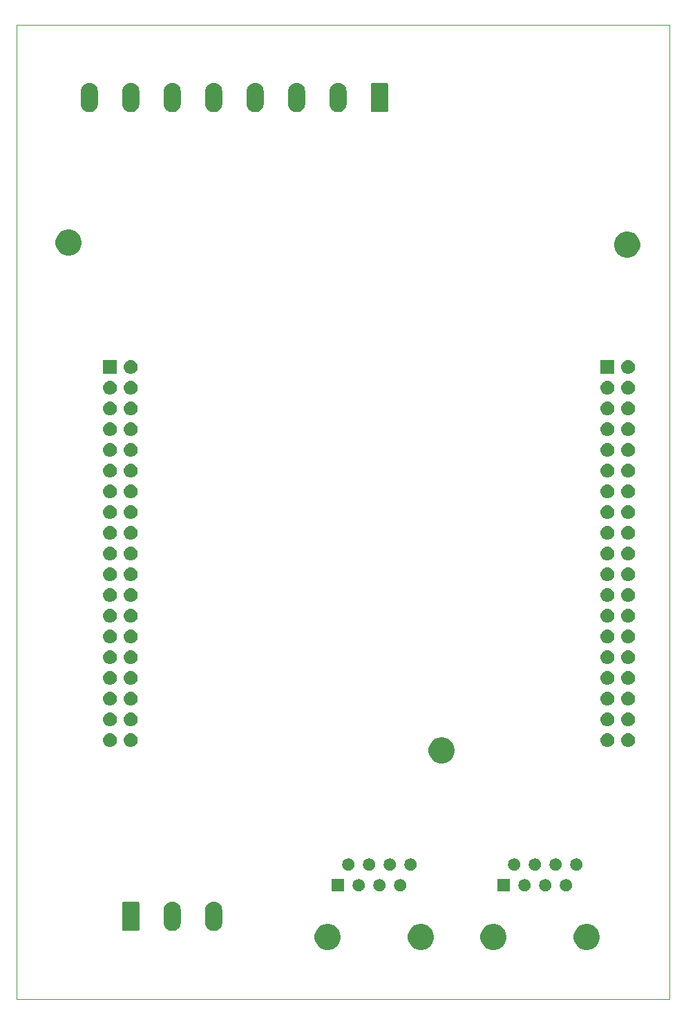
<source format=gbr>
%TF.GenerationSoftware,KiCad,Pcbnew,(5.0.2)-1*%
%TF.CreationDate,2019-02-28T08:25:03+01:00*%
%TF.ProjectId,bldc_driver_board,626c6463-5f64-4726-9976-65725f626f61,rev?*%
%TF.SameCoordinates,Original*%
%TF.FileFunction,Soldermask,Bot*%
%TF.FilePolarity,Negative*%
%FSLAX46Y46*%
G04 Gerber Fmt 4.6, Leading zero omitted, Abs format (unit mm)*
G04 Created by KiCad (PCBNEW (5.0.2)-1) date 28.02.2019 08:25:03*
%MOMM*%
%LPD*%
G01*
G04 APERTURE LIST*
%ADD10C,0.100000*%
%ADD11C,0.150000*%
G04 APERTURE END LIST*
D10*
X31750000Y-166370000D02*
X31750000Y-46990000D01*
X111760000Y-166370000D02*
X31750000Y-166370000D01*
X111760000Y-46990000D02*
X111760000Y-166370000D01*
X31750000Y-46990000D02*
X111760000Y-46990000D01*
D11*
G36*
X70316703Y-157211486D02*
X70607883Y-157332097D01*
X70869944Y-157507201D01*
X71092799Y-157730056D01*
X71267903Y-157992117D01*
X71388514Y-158283297D01*
X71450000Y-158592412D01*
X71450000Y-158907588D01*
X71388514Y-159216703D01*
X71267903Y-159507883D01*
X71092799Y-159769944D01*
X70869944Y-159992799D01*
X70607883Y-160167903D01*
X70316703Y-160288514D01*
X70007588Y-160350000D01*
X69692412Y-160350000D01*
X69383297Y-160288514D01*
X69092117Y-160167903D01*
X68830056Y-159992799D01*
X68607201Y-159769944D01*
X68432097Y-159507883D01*
X68311486Y-159216703D01*
X68250000Y-158907588D01*
X68250000Y-158592412D01*
X68311486Y-158283297D01*
X68432097Y-157992117D01*
X68607201Y-157730056D01*
X68830056Y-157507201D01*
X69092117Y-157332097D01*
X69383297Y-157211486D01*
X69692412Y-157150000D01*
X70007588Y-157150000D01*
X70316703Y-157211486D01*
X70316703Y-157211486D01*
G37*
G36*
X81746703Y-157211486D02*
X82037883Y-157332097D01*
X82299944Y-157507201D01*
X82522799Y-157730056D01*
X82697903Y-157992117D01*
X82818514Y-158283297D01*
X82880000Y-158592412D01*
X82880000Y-158907588D01*
X82818514Y-159216703D01*
X82697903Y-159507883D01*
X82522799Y-159769944D01*
X82299944Y-159992799D01*
X82037883Y-160167903D01*
X81746703Y-160288514D01*
X81437588Y-160350000D01*
X81122412Y-160350000D01*
X80813297Y-160288514D01*
X80522117Y-160167903D01*
X80260056Y-159992799D01*
X80037201Y-159769944D01*
X79862097Y-159507883D01*
X79741486Y-159216703D01*
X79680000Y-158907588D01*
X79680000Y-158592412D01*
X79741486Y-158283297D01*
X79862097Y-157992117D01*
X80037201Y-157730056D01*
X80260056Y-157507201D01*
X80522117Y-157332097D01*
X80813297Y-157211486D01*
X81122412Y-157150000D01*
X81437588Y-157150000D01*
X81746703Y-157211486D01*
X81746703Y-157211486D01*
G37*
G36*
X102066703Y-157211486D02*
X102357883Y-157332097D01*
X102619944Y-157507201D01*
X102842799Y-157730056D01*
X103017903Y-157992117D01*
X103138514Y-158283297D01*
X103200000Y-158592412D01*
X103200000Y-158907588D01*
X103138514Y-159216703D01*
X103017903Y-159507883D01*
X102842799Y-159769944D01*
X102619944Y-159992799D01*
X102357883Y-160167903D01*
X102066703Y-160288514D01*
X101757588Y-160350000D01*
X101442412Y-160350000D01*
X101133297Y-160288514D01*
X100842117Y-160167903D01*
X100580056Y-159992799D01*
X100357201Y-159769944D01*
X100182097Y-159507883D01*
X100061486Y-159216703D01*
X100000000Y-158907588D01*
X100000000Y-158592412D01*
X100061486Y-158283297D01*
X100182097Y-157992117D01*
X100357201Y-157730056D01*
X100580056Y-157507201D01*
X100842117Y-157332097D01*
X101133297Y-157211486D01*
X101442412Y-157150000D01*
X101757588Y-157150000D01*
X102066703Y-157211486D01*
X102066703Y-157211486D01*
G37*
G36*
X90636703Y-157211486D02*
X90927883Y-157332097D01*
X91189944Y-157507201D01*
X91412799Y-157730056D01*
X91587903Y-157992117D01*
X91708514Y-158283297D01*
X91770000Y-158592412D01*
X91770000Y-158907588D01*
X91708514Y-159216703D01*
X91587903Y-159507883D01*
X91412799Y-159769944D01*
X91189944Y-159992799D01*
X90927883Y-160167903D01*
X90636703Y-160288514D01*
X90327588Y-160350000D01*
X90012412Y-160350000D01*
X89703297Y-160288514D01*
X89412117Y-160167903D01*
X89150056Y-159992799D01*
X88927201Y-159769944D01*
X88752097Y-159507883D01*
X88631486Y-159216703D01*
X88570000Y-158907588D01*
X88570000Y-158592412D01*
X88631486Y-158283297D01*
X88752097Y-157992117D01*
X88927201Y-157730056D01*
X89150056Y-157507201D01*
X89412117Y-157332097D01*
X89703297Y-157211486D01*
X90012412Y-157150000D01*
X90327588Y-157150000D01*
X90636703Y-157211486D01*
X90636703Y-157211486D01*
G37*
G36*
X51003875Y-154425048D02*
X51199915Y-154484516D01*
X51380589Y-154581088D01*
X51538949Y-154711051D01*
X51538950Y-154711053D01*
X51538952Y-154711054D01*
X51579663Y-154760661D01*
X51668912Y-154869411D01*
X51765484Y-155050084D01*
X51824952Y-155246124D01*
X51840000Y-155398909D01*
X51840000Y-157021091D01*
X51824952Y-157173876D01*
X51765484Y-157369916D01*
X51668912Y-157550589D01*
X51538949Y-157708949D01*
X51380589Y-157838912D01*
X51199916Y-157935484D01*
X51003876Y-157994952D01*
X50800000Y-158015032D01*
X50596125Y-157994952D01*
X50400085Y-157935484D01*
X50219412Y-157838912D01*
X50061052Y-157708949D01*
X49931089Y-157550589D01*
X49834517Y-157369916D01*
X49815628Y-157307646D01*
X49775048Y-157173877D01*
X49760000Y-157021084D01*
X49760000Y-155398910D01*
X49775048Y-155246125D01*
X49834516Y-155050085D01*
X49931088Y-154869411D01*
X50061051Y-154711051D01*
X50061053Y-154711050D01*
X50061054Y-154711048D01*
X50123258Y-154659999D01*
X50219411Y-154581088D01*
X50400084Y-154484516D01*
X50596124Y-154425048D01*
X50800000Y-154404968D01*
X51003875Y-154425048D01*
X51003875Y-154425048D01*
G37*
G36*
X56083875Y-154425048D02*
X56279915Y-154484516D01*
X56460589Y-154581088D01*
X56618949Y-154711051D01*
X56618950Y-154711053D01*
X56618952Y-154711054D01*
X56659663Y-154760661D01*
X56748912Y-154869411D01*
X56845484Y-155050084D01*
X56904952Y-155246124D01*
X56920000Y-155398909D01*
X56920000Y-157021091D01*
X56904952Y-157173876D01*
X56845484Y-157369916D01*
X56748912Y-157550589D01*
X56618949Y-157708949D01*
X56460589Y-157838912D01*
X56279916Y-157935484D01*
X56083876Y-157994952D01*
X55880000Y-158015032D01*
X55676125Y-157994952D01*
X55480085Y-157935484D01*
X55299412Y-157838912D01*
X55141052Y-157708949D01*
X55011089Y-157550589D01*
X54914517Y-157369916D01*
X54895628Y-157307646D01*
X54855048Y-157173877D01*
X54840000Y-157021084D01*
X54840000Y-155398910D01*
X54855048Y-155246125D01*
X54914516Y-155050085D01*
X55011088Y-154869411D01*
X55141051Y-154711051D01*
X55141053Y-154711050D01*
X55141054Y-154711048D01*
X55203258Y-154659999D01*
X55299411Y-154581088D01*
X55480084Y-154484516D01*
X55676124Y-154425048D01*
X55880000Y-154404968D01*
X56083875Y-154425048D01*
X56083875Y-154425048D01*
G37*
G36*
X46635081Y-154413572D02*
X46664055Y-154422361D01*
X46690760Y-154436635D01*
X46714160Y-154455840D01*
X46733365Y-154479240D01*
X46747639Y-154505945D01*
X46756428Y-154534919D01*
X46760000Y-154571187D01*
X46760000Y-157848813D01*
X46756428Y-157885081D01*
X46747639Y-157914055D01*
X46733365Y-157940760D01*
X46714160Y-157964160D01*
X46690760Y-157983365D01*
X46664055Y-157997639D01*
X46635081Y-158006428D01*
X46598813Y-158010000D01*
X44841187Y-158010000D01*
X44804919Y-158006428D01*
X44775945Y-157997639D01*
X44749240Y-157983365D01*
X44725840Y-157964160D01*
X44706635Y-157940760D01*
X44692361Y-157914055D01*
X44683572Y-157885081D01*
X44680000Y-157848813D01*
X44680000Y-154571187D01*
X44683572Y-154534919D01*
X44692361Y-154505945D01*
X44706635Y-154479240D01*
X44725840Y-154455840D01*
X44749240Y-154436635D01*
X44775945Y-154422361D01*
X44804919Y-154413572D01*
X44841187Y-154410000D01*
X46598813Y-154410000D01*
X46635081Y-154413572D01*
X46635081Y-154413572D01*
G37*
G36*
X96666318Y-151664411D02*
X96738767Y-151678822D01*
X96795303Y-151702240D01*
X96875257Y-151735358D01*
X96998100Y-151817439D01*
X97102561Y-151921900D01*
X97184642Y-152044743D01*
X97241178Y-152181234D01*
X97270000Y-152326130D01*
X97270000Y-152473870D01*
X97241178Y-152618766D01*
X97184642Y-152755257D01*
X97102561Y-152878100D01*
X96998100Y-152982561D01*
X96875257Y-153064642D01*
X96795303Y-153097760D01*
X96738767Y-153121178D01*
X96666318Y-153135589D01*
X96593870Y-153150000D01*
X96446130Y-153150000D01*
X96373682Y-153135589D01*
X96301233Y-153121178D01*
X96244697Y-153097760D01*
X96164743Y-153064642D01*
X96041900Y-152982561D01*
X95937439Y-152878100D01*
X95855358Y-152755257D01*
X95798822Y-152618766D01*
X95770000Y-152473870D01*
X95770000Y-152326130D01*
X95798822Y-152181234D01*
X95855358Y-152044743D01*
X95937439Y-151921900D01*
X96041900Y-151817439D01*
X96164743Y-151735358D01*
X96244697Y-151702240D01*
X96301233Y-151678822D01*
X96373682Y-151664411D01*
X96446130Y-151650000D01*
X96593870Y-151650000D01*
X96666318Y-151664411D01*
X96666318Y-151664411D01*
G37*
G36*
X99206318Y-151664411D02*
X99278767Y-151678822D01*
X99335303Y-151702240D01*
X99415257Y-151735358D01*
X99538100Y-151817439D01*
X99642561Y-151921900D01*
X99724642Y-152044743D01*
X99781178Y-152181234D01*
X99810000Y-152326130D01*
X99810000Y-152473870D01*
X99781178Y-152618766D01*
X99724642Y-152755257D01*
X99642561Y-152878100D01*
X99538100Y-152982561D01*
X99415257Y-153064642D01*
X99335303Y-153097760D01*
X99278767Y-153121178D01*
X99206318Y-153135589D01*
X99133870Y-153150000D01*
X98986130Y-153150000D01*
X98913682Y-153135589D01*
X98841233Y-153121178D01*
X98784697Y-153097760D01*
X98704743Y-153064642D01*
X98581900Y-152982561D01*
X98477439Y-152878100D01*
X98395358Y-152755257D01*
X98338822Y-152618766D01*
X98310000Y-152473870D01*
X98310000Y-152326130D01*
X98338822Y-152181234D01*
X98395358Y-152044743D01*
X98477439Y-151921900D01*
X98581900Y-151817439D01*
X98704743Y-151735358D01*
X98784697Y-151702240D01*
X98841233Y-151678822D01*
X98913682Y-151664411D01*
X98986130Y-151650000D01*
X99133870Y-151650000D01*
X99206318Y-151664411D01*
X99206318Y-151664411D01*
G37*
G36*
X94126318Y-151664411D02*
X94198767Y-151678822D01*
X94255303Y-151702240D01*
X94335257Y-151735358D01*
X94458100Y-151817439D01*
X94562561Y-151921900D01*
X94644642Y-152044743D01*
X94701178Y-152181234D01*
X94730000Y-152326130D01*
X94730000Y-152473870D01*
X94701178Y-152618766D01*
X94644642Y-152755257D01*
X94562561Y-152878100D01*
X94458100Y-152982561D01*
X94335257Y-153064642D01*
X94255303Y-153097760D01*
X94198767Y-153121178D01*
X94126318Y-153135589D01*
X94053870Y-153150000D01*
X93906130Y-153150000D01*
X93833682Y-153135589D01*
X93761233Y-153121178D01*
X93704697Y-153097760D01*
X93624743Y-153064642D01*
X93501900Y-152982561D01*
X93397439Y-152878100D01*
X93315358Y-152755257D01*
X93258822Y-152618766D01*
X93230000Y-152473870D01*
X93230000Y-152326130D01*
X93258822Y-152181234D01*
X93315358Y-152044743D01*
X93397439Y-151921900D01*
X93501900Y-151817439D01*
X93624743Y-151735358D01*
X93704697Y-151702240D01*
X93761233Y-151678822D01*
X93833682Y-151664411D01*
X93906130Y-151650000D01*
X94053870Y-151650000D01*
X94126318Y-151664411D01*
X94126318Y-151664411D01*
G37*
G36*
X92190000Y-153150000D02*
X90690000Y-153150000D01*
X90690000Y-151650000D01*
X92190000Y-151650000D01*
X92190000Y-153150000D01*
X92190000Y-153150000D01*
G37*
G36*
X78886318Y-151664411D02*
X78958767Y-151678822D01*
X79015303Y-151702240D01*
X79095257Y-151735358D01*
X79218100Y-151817439D01*
X79322561Y-151921900D01*
X79404642Y-152044743D01*
X79461178Y-152181234D01*
X79490000Y-152326130D01*
X79490000Y-152473870D01*
X79461178Y-152618766D01*
X79404642Y-152755257D01*
X79322561Y-152878100D01*
X79218100Y-152982561D01*
X79095257Y-153064642D01*
X79015303Y-153097760D01*
X78958767Y-153121178D01*
X78886318Y-153135589D01*
X78813870Y-153150000D01*
X78666130Y-153150000D01*
X78593682Y-153135589D01*
X78521233Y-153121178D01*
X78464697Y-153097760D01*
X78384743Y-153064642D01*
X78261900Y-152982561D01*
X78157439Y-152878100D01*
X78075358Y-152755257D01*
X78018822Y-152618766D01*
X77990000Y-152473870D01*
X77990000Y-152326130D01*
X78018822Y-152181234D01*
X78075358Y-152044743D01*
X78157439Y-151921900D01*
X78261900Y-151817439D01*
X78384743Y-151735358D01*
X78464697Y-151702240D01*
X78521233Y-151678822D01*
X78593682Y-151664411D01*
X78666130Y-151650000D01*
X78813870Y-151650000D01*
X78886318Y-151664411D01*
X78886318Y-151664411D01*
G37*
G36*
X76346318Y-151664411D02*
X76418767Y-151678822D01*
X76475303Y-151702240D01*
X76555257Y-151735358D01*
X76678100Y-151817439D01*
X76782561Y-151921900D01*
X76864642Y-152044743D01*
X76921178Y-152181234D01*
X76950000Y-152326130D01*
X76950000Y-152473870D01*
X76921178Y-152618766D01*
X76864642Y-152755257D01*
X76782561Y-152878100D01*
X76678100Y-152982561D01*
X76555257Y-153064642D01*
X76475303Y-153097760D01*
X76418767Y-153121178D01*
X76346318Y-153135589D01*
X76273870Y-153150000D01*
X76126130Y-153150000D01*
X76053682Y-153135589D01*
X75981233Y-153121178D01*
X75924697Y-153097760D01*
X75844743Y-153064642D01*
X75721900Y-152982561D01*
X75617439Y-152878100D01*
X75535358Y-152755257D01*
X75478822Y-152618766D01*
X75450000Y-152473870D01*
X75450000Y-152326130D01*
X75478822Y-152181234D01*
X75535358Y-152044743D01*
X75617439Y-151921900D01*
X75721900Y-151817439D01*
X75844743Y-151735358D01*
X75924697Y-151702240D01*
X75981233Y-151678822D01*
X76053682Y-151664411D01*
X76126130Y-151650000D01*
X76273870Y-151650000D01*
X76346318Y-151664411D01*
X76346318Y-151664411D01*
G37*
G36*
X71870000Y-153150000D02*
X70370000Y-153150000D01*
X70370000Y-151650000D01*
X71870000Y-151650000D01*
X71870000Y-153150000D01*
X71870000Y-153150000D01*
G37*
G36*
X73806318Y-151664411D02*
X73878767Y-151678822D01*
X73935303Y-151702240D01*
X74015257Y-151735358D01*
X74138100Y-151817439D01*
X74242561Y-151921900D01*
X74324642Y-152044743D01*
X74381178Y-152181234D01*
X74410000Y-152326130D01*
X74410000Y-152473870D01*
X74381178Y-152618766D01*
X74324642Y-152755257D01*
X74242561Y-152878100D01*
X74138100Y-152982561D01*
X74015257Y-153064642D01*
X73935303Y-153097760D01*
X73878767Y-153121178D01*
X73806318Y-153135589D01*
X73733870Y-153150000D01*
X73586130Y-153150000D01*
X73513682Y-153135589D01*
X73441233Y-153121178D01*
X73384697Y-153097760D01*
X73304743Y-153064642D01*
X73181900Y-152982561D01*
X73077439Y-152878100D01*
X72995358Y-152755257D01*
X72938822Y-152618766D01*
X72910000Y-152473870D01*
X72910000Y-152326130D01*
X72938822Y-152181234D01*
X72995358Y-152044743D01*
X73077439Y-151921900D01*
X73181900Y-151817439D01*
X73304743Y-151735358D01*
X73384697Y-151702240D01*
X73441233Y-151678822D01*
X73513682Y-151664411D01*
X73586130Y-151650000D01*
X73733870Y-151650000D01*
X73806318Y-151664411D01*
X73806318Y-151664411D01*
G37*
G36*
X100476318Y-149124411D02*
X100548767Y-149138822D01*
X100605303Y-149162240D01*
X100685257Y-149195358D01*
X100808100Y-149277439D01*
X100912561Y-149381900D01*
X100994642Y-149504743D01*
X101051178Y-149641234D01*
X101080000Y-149786130D01*
X101080000Y-149933870D01*
X101051178Y-150078766D01*
X100994642Y-150215257D01*
X100912561Y-150338100D01*
X100808100Y-150442561D01*
X100685257Y-150524642D01*
X100605303Y-150557760D01*
X100548767Y-150581178D01*
X100476318Y-150595589D01*
X100403870Y-150610000D01*
X100256130Y-150610000D01*
X100183682Y-150595589D01*
X100111233Y-150581178D01*
X100054697Y-150557760D01*
X99974743Y-150524642D01*
X99851900Y-150442561D01*
X99747439Y-150338100D01*
X99665358Y-150215257D01*
X99608822Y-150078766D01*
X99580000Y-149933870D01*
X99580000Y-149786130D01*
X99608822Y-149641234D01*
X99665358Y-149504743D01*
X99747439Y-149381900D01*
X99851900Y-149277439D01*
X99974743Y-149195358D01*
X100054697Y-149162240D01*
X100111233Y-149138822D01*
X100183682Y-149124411D01*
X100256130Y-149110000D01*
X100403870Y-149110000D01*
X100476318Y-149124411D01*
X100476318Y-149124411D01*
G37*
G36*
X80156318Y-149124411D02*
X80228767Y-149138822D01*
X80285303Y-149162240D01*
X80365257Y-149195358D01*
X80488100Y-149277439D01*
X80592561Y-149381900D01*
X80674642Y-149504743D01*
X80731178Y-149641234D01*
X80760000Y-149786130D01*
X80760000Y-149933870D01*
X80731178Y-150078766D01*
X80674642Y-150215257D01*
X80592561Y-150338100D01*
X80488100Y-150442561D01*
X80365257Y-150524642D01*
X80285303Y-150557760D01*
X80228767Y-150581178D01*
X80156318Y-150595589D01*
X80083870Y-150610000D01*
X79936130Y-150610000D01*
X79863682Y-150595589D01*
X79791233Y-150581178D01*
X79734697Y-150557760D01*
X79654743Y-150524642D01*
X79531900Y-150442561D01*
X79427439Y-150338100D01*
X79345358Y-150215257D01*
X79288822Y-150078766D01*
X79260000Y-149933870D01*
X79260000Y-149786130D01*
X79288822Y-149641234D01*
X79345358Y-149504743D01*
X79427439Y-149381900D01*
X79531900Y-149277439D01*
X79654743Y-149195358D01*
X79734697Y-149162240D01*
X79791233Y-149138822D01*
X79863682Y-149124411D01*
X79936130Y-149110000D01*
X80083870Y-149110000D01*
X80156318Y-149124411D01*
X80156318Y-149124411D01*
G37*
G36*
X77616318Y-149124411D02*
X77688767Y-149138822D01*
X77745303Y-149162240D01*
X77825257Y-149195358D01*
X77948100Y-149277439D01*
X78052561Y-149381900D01*
X78134642Y-149504743D01*
X78191178Y-149641234D01*
X78220000Y-149786130D01*
X78220000Y-149933870D01*
X78191178Y-150078766D01*
X78134642Y-150215257D01*
X78052561Y-150338100D01*
X77948100Y-150442561D01*
X77825257Y-150524642D01*
X77745303Y-150557760D01*
X77688767Y-150581178D01*
X77616318Y-150595589D01*
X77543870Y-150610000D01*
X77396130Y-150610000D01*
X77323682Y-150595589D01*
X77251233Y-150581178D01*
X77194697Y-150557760D01*
X77114743Y-150524642D01*
X76991900Y-150442561D01*
X76887439Y-150338100D01*
X76805358Y-150215257D01*
X76748822Y-150078766D01*
X76720000Y-149933870D01*
X76720000Y-149786130D01*
X76748822Y-149641234D01*
X76805358Y-149504743D01*
X76887439Y-149381900D01*
X76991900Y-149277439D01*
X77114743Y-149195358D01*
X77194697Y-149162240D01*
X77251233Y-149138822D01*
X77323682Y-149124411D01*
X77396130Y-149110000D01*
X77543870Y-149110000D01*
X77616318Y-149124411D01*
X77616318Y-149124411D01*
G37*
G36*
X75076318Y-149124411D02*
X75148767Y-149138822D01*
X75205303Y-149162240D01*
X75285257Y-149195358D01*
X75408100Y-149277439D01*
X75512561Y-149381900D01*
X75594642Y-149504743D01*
X75651178Y-149641234D01*
X75680000Y-149786130D01*
X75680000Y-149933870D01*
X75651178Y-150078766D01*
X75594642Y-150215257D01*
X75512561Y-150338100D01*
X75408100Y-150442561D01*
X75285257Y-150524642D01*
X75205303Y-150557760D01*
X75148767Y-150581178D01*
X75076318Y-150595589D01*
X75003870Y-150610000D01*
X74856130Y-150610000D01*
X74783682Y-150595589D01*
X74711233Y-150581178D01*
X74654697Y-150557760D01*
X74574743Y-150524642D01*
X74451900Y-150442561D01*
X74347439Y-150338100D01*
X74265358Y-150215257D01*
X74208822Y-150078766D01*
X74180000Y-149933870D01*
X74180000Y-149786130D01*
X74208822Y-149641234D01*
X74265358Y-149504743D01*
X74347439Y-149381900D01*
X74451900Y-149277439D01*
X74574743Y-149195358D01*
X74654697Y-149162240D01*
X74711233Y-149138822D01*
X74783682Y-149124411D01*
X74856130Y-149110000D01*
X75003870Y-149110000D01*
X75076318Y-149124411D01*
X75076318Y-149124411D01*
G37*
G36*
X72536318Y-149124411D02*
X72608767Y-149138822D01*
X72665303Y-149162240D01*
X72745257Y-149195358D01*
X72868100Y-149277439D01*
X72972561Y-149381900D01*
X73054642Y-149504743D01*
X73111178Y-149641234D01*
X73140000Y-149786130D01*
X73140000Y-149933870D01*
X73111178Y-150078766D01*
X73054642Y-150215257D01*
X72972561Y-150338100D01*
X72868100Y-150442561D01*
X72745257Y-150524642D01*
X72665303Y-150557760D01*
X72608767Y-150581178D01*
X72536318Y-150595589D01*
X72463870Y-150610000D01*
X72316130Y-150610000D01*
X72243682Y-150595589D01*
X72171233Y-150581178D01*
X72114697Y-150557760D01*
X72034743Y-150524642D01*
X71911900Y-150442561D01*
X71807439Y-150338100D01*
X71725358Y-150215257D01*
X71668822Y-150078766D01*
X71640000Y-149933870D01*
X71640000Y-149786130D01*
X71668822Y-149641234D01*
X71725358Y-149504743D01*
X71807439Y-149381900D01*
X71911900Y-149277439D01*
X72034743Y-149195358D01*
X72114697Y-149162240D01*
X72171233Y-149138822D01*
X72243682Y-149124411D01*
X72316130Y-149110000D01*
X72463870Y-149110000D01*
X72536318Y-149124411D01*
X72536318Y-149124411D01*
G37*
G36*
X97936318Y-149124411D02*
X98008767Y-149138822D01*
X98065303Y-149162240D01*
X98145257Y-149195358D01*
X98268100Y-149277439D01*
X98372561Y-149381900D01*
X98454642Y-149504743D01*
X98511178Y-149641234D01*
X98540000Y-149786130D01*
X98540000Y-149933870D01*
X98511178Y-150078766D01*
X98454642Y-150215257D01*
X98372561Y-150338100D01*
X98268100Y-150442561D01*
X98145257Y-150524642D01*
X98065303Y-150557760D01*
X98008767Y-150581178D01*
X97936318Y-150595589D01*
X97863870Y-150610000D01*
X97716130Y-150610000D01*
X97643682Y-150595589D01*
X97571233Y-150581178D01*
X97514697Y-150557760D01*
X97434743Y-150524642D01*
X97311900Y-150442561D01*
X97207439Y-150338100D01*
X97125358Y-150215257D01*
X97068822Y-150078766D01*
X97040000Y-149933870D01*
X97040000Y-149786130D01*
X97068822Y-149641234D01*
X97125358Y-149504743D01*
X97207439Y-149381900D01*
X97311900Y-149277439D01*
X97434743Y-149195358D01*
X97514697Y-149162240D01*
X97571233Y-149138822D01*
X97643682Y-149124411D01*
X97716130Y-149110000D01*
X97863870Y-149110000D01*
X97936318Y-149124411D01*
X97936318Y-149124411D01*
G37*
G36*
X95396318Y-149124411D02*
X95468767Y-149138822D01*
X95525303Y-149162240D01*
X95605257Y-149195358D01*
X95728100Y-149277439D01*
X95832561Y-149381900D01*
X95914642Y-149504743D01*
X95971178Y-149641234D01*
X96000000Y-149786130D01*
X96000000Y-149933870D01*
X95971178Y-150078766D01*
X95914642Y-150215257D01*
X95832561Y-150338100D01*
X95728100Y-150442561D01*
X95605257Y-150524642D01*
X95525303Y-150557760D01*
X95468767Y-150581178D01*
X95396318Y-150595589D01*
X95323870Y-150610000D01*
X95176130Y-150610000D01*
X95103682Y-150595589D01*
X95031233Y-150581178D01*
X94974697Y-150557760D01*
X94894743Y-150524642D01*
X94771900Y-150442561D01*
X94667439Y-150338100D01*
X94585358Y-150215257D01*
X94528822Y-150078766D01*
X94500000Y-149933870D01*
X94500000Y-149786130D01*
X94528822Y-149641234D01*
X94585358Y-149504743D01*
X94667439Y-149381900D01*
X94771900Y-149277439D01*
X94894743Y-149195358D01*
X94974697Y-149162240D01*
X95031233Y-149138822D01*
X95103682Y-149124411D01*
X95176130Y-149110000D01*
X95323870Y-149110000D01*
X95396318Y-149124411D01*
X95396318Y-149124411D01*
G37*
G36*
X92856318Y-149124411D02*
X92928767Y-149138822D01*
X92985303Y-149162240D01*
X93065257Y-149195358D01*
X93188100Y-149277439D01*
X93292561Y-149381900D01*
X93374642Y-149504743D01*
X93431178Y-149641234D01*
X93460000Y-149786130D01*
X93460000Y-149933870D01*
X93431178Y-150078766D01*
X93374642Y-150215257D01*
X93292561Y-150338100D01*
X93188100Y-150442561D01*
X93065257Y-150524642D01*
X92985303Y-150557760D01*
X92928767Y-150581178D01*
X92856318Y-150595589D01*
X92783870Y-150610000D01*
X92636130Y-150610000D01*
X92563682Y-150595589D01*
X92491233Y-150581178D01*
X92434697Y-150557760D01*
X92354743Y-150524642D01*
X92231900Y-150442561D01*
X92127439Y-150338100D01*
X92045358Y-150215257D01*
X91988822Y-150078766D01*
X91960000Y-149933870D01*
X91960000Y-149786130D01*
X91988822Y-149641234D01*
X92045358Y-149504743D01*
X92127439Y-149381900D01*
X92231900Y-149277439D01*
X92354743Y-149195358D01*
X92434697Y-149162240D01*
X92491233Y-149138822D01*
X92563682Y-149124411D01*
X92636130Y-149110000D01*
X92783870Y-149110000D01*
X92856318Y-149124411D01*
X92856318Y-149124411D01*
G37*
G36*
X84286703Y-134351486D02*
X84577883Y-134472097D01*
X84839944Y-134647201D01*
X85062799Y-134870056D01*
X85237903Y-135132117D01*
X85358514Y-135423297D01*
X85420000Y-135732412D01*
X85420000Y-136047588D01*
X85358514Y-136356703D01*
X85237903Y-136647883D01*
X85062799Y-136909944D01*
X84839944Y-137132799D01*
X84577883Y-137307903D01*
X84286703Y-137428514D01*
X83977588Y-137490000D01*
X83662412Y-137490000D01*
X83353297Y-137428514D01*
X83062117Y-137307903D01*
X82800056Y-137132799D01*
X82577201Y-136909944D01*
X82402097Y-136647883D01*
X82281486Y-136356703D01*
X82220000Y-136047588D01*
X82220000Y-135732412D01*
X82281486Y-135423297D01*
X82402097Y-135132117D01*
X82577201Y-134870056D01*
X82800056Y-134647201D01*
X83062117Y-134472097D01*
X83353297Y-134351486D01*
X83662412Y-134290000D01*
X83977588Y-134290000D01*
X84286703Y-134351486D01*
X84286703Y-134351486D01*
G37*
G36*
X45886630Y-133782299D02*
X46046855Y-133830903D01*
X46194520Y-133909831D01*
X46323949Y-134016051D01*
X46430169Y-134145480D01*
X46509097Y-134293145D01*
X46557701Y-134453370D01*
X46574112Y-134620000D01*
X46557701Y-134786630D01*
X46509097Y-134946855D01*
X46430169Y-135094520D01*
X46323949Y-135223949D01*
X46194520Y-135330169D01*
X46046855Y-135409097D01*
X45886630Y-135457701D01*
X45761752Y-135470000D01*
X45678248Y-135470000D01*
X45553370Y-135457701D01*
X45393145Y-135409097D01*
X45245480Y-135330169D01*
X45116051Y-135223949D01*
X45009831Y-135094520D01*
X44930903Y-134946855D01*
X44882299Y-134786630D01*
X44865888Y-134620000D01*
X44882299Y-134453370D01*
X44930903Y-134293145D01*
X45009831Y-134145480D01*
X45116051Y-134016051D01*
X45245480Y-133909831D01*
X45393145Y-133830903D01*
X45553370Y-133782299D01*
X45678248Y-133770000D01*
X45761752Y-133770000D01*
X45886630Y-133782299D01*
X45886630Y-133782299D01*
G37*
G36*
X43346630Y-133782299D02*
X43506855Y-133830903D01*
X43654520Y-133909831D01*
X43783949Y-134016051D01*
X43890169Y-134145480D01*
X43969097Y-134293145D01*
X44017701Y-134453370D01*
X44034112Y-134620000D01*
X44017701Y-134786630D01*
X43969097Y-134946855D01*
X43890169Y-135094520D01*
X43783949Y-135223949D01*
X43654520Y-135330169D01*
X43506855Y-135409097D01*
X43346630Y-135457701D01*
X43221752Y-135470000D01*
X43138248Y-135470000D01*
X43013370Y-135457701D01*
X42853145Y-135409097D01*
X42705480Y-135330169D01*
X42576051Y-135223949D01*
X42469831Y-135094520D01*
X42390903Y-134946855D01*
X42342299Y-134786630D01*
X42325888Y-134620000D01*
X42342299Y-134453370D01*
X42390903Y-134293145D01*
X42469831Y-134145480D01*
X42576051Y-134016051D01*
X42705480Y-133909831D01*
X42853145Y-133830903D01*
X43013370Y-133782299D01*
X43138248Y-133770000D01*
X43221752Y-133770000D01*
X43346630Y-133782299D01*
X43346630Y-133782299D01*
G37*
G36*
X104306630Y-133782299D02*
X104466855Y-133830903D01*
X104614520Y-133909831D01*
X104743949Y-134016051D01*
X104850169Y-134145480D01*
X104929097Y-134293145D01*
X104977701Y-134453370D01*
X104994112Y-134620000D01*
X104977701Y-134786630D01*
X104929097Y-134946855D01*
X104850169Y-135094520D01*
X104743949Y-135223949D01*
X104614520Y-135330169D01*
X104466855Y-135409097D01*
X104306630Y-135457701D01*
X104181752Y-135470000D01*
X104098248Y-135470000D01*
X103973370Y-135457701D01*
X103813145Y-135409097D01*
X103665480Y-135330169D01*
X103536051Y-135223949D01*
X103429831Y-135094520D01*
X103350903Y-134946855D01*
X103302299Y-134786630D01*
X103285888Y-134620000D01*
X103302299Y-134453370D01*
X103350903Y-134293145D01*
X103429831Y-134145480D01*
X103536051Y-134016051D01*
X103665480Y-133909831D01*
X103813145Y-133830903D01*
X103973370Y-133782299D01*
X104098248Y-133770000D01*
X104181752Y-133770000D01*
X104306630Y-133782299D01*
X104306630Y-133782299D01*
G37*
G36*
X106846630Y-133782299D02*
X107006855Y-133830903D01*
X107154520Y-133909831D01*
X107283949Y-134016051D01*
X107390169Y-134145480D01*
X107469097Y-134293145D01*
X107517701Y-134453370D01*
X107534112Y-134620000D01*
X107517701Y-134786630D01*
X107469097Y-134946855D01*
X107390169Y-135094520D01*
X107283949Y-135223949D01*
X107154520Y-135330169D01*
X107006855Y-135409097D01*
X106846630Y-135457701D01*
X106721752Y-135470000D01*
X106638248Y-135470000D01*
X106513370Y-135457701D01*
X106353145Y-135409097D01*
X106205480Y-135330169D01*
X106076051Y-135223949D01*
X105969831Y-135094520D01*
X105890903Y-134946855D01*
X105842299Y-134786630D01*
X105825888Y-134620000D01*
X105842299Y-134453370D01*
X105890903Y-134293145D01*
X105969831Y-134145480D01*
X106076051Y-134016051D01*
X106205480Y-133909831D01*
X106353145Y-133830903D01*
X106513370Y-133782299D01*
X106638248Y-133770000D01*
X106721752Y-133770000D01*
X106846630Y-133782299D01*
X106846630Y-133782299D01*
G37*
G36*
X104306630Y-131242299D02*
X104466855Y-131290903D01*
X104614520Y-131369831D01*
X104743949Y-131476051D01*
X104850169Y-131605480D01*
X104929097Y-131753145D01*
X104977701Y-131913370D01*
X104994112Y-132080000D01*
X104977701Y-132246630D01*
X104929097Y-132406855D01*
X104850169Y-132554520D01*
X104743949Y-132683949D01*
X104614520Y-132790169D01*
X104466855Y-132869097D01*
X104306630Y-132917701D01*
X104181752Y-132930000D01*
X104098248Y-132930000D01*
X103973370Y-132917701D01*
X103813145Y-132869097D01*
X103665480Y-132790169D01*
X103536051Y-132683949D01*
X103429831Y-132554520D01*
X103350903Y-132406855D01*
X103302299Y-132246630D01*
X103285888Y-132080000D01*
X103302299Y-131913370D01*
X103350903Y-131753145D01*
X103429831Y-131605480D01*
X103536051Y-131476051D01*
X103665480Y-131369831D01*
X103813145Y-131290903D01*
X103973370Y-131242299D01*
X104098248Y-131230000D01*
X104181752Y-131230000D01*
X104306630Y-131242299D01*
X104306630Y-131242299D01*
G37*
G36*
X45886630Y-131242299D02*
X46046855Y-131290903D01*
X46194520Y-131369831D01*
X46323949Y-131476051D01*
X46430169Y-131605480D01*
X46509097Y-131753145D01*
X46557701Y-131913370D01*
X46574112Y-132080000D01*
X46557701Y-132246630D01*
X46509097Y-132406855D01*
X46430169Y-132554520D01*
X46323949Y-132683949D01*
X46194520Y-132790169D01*
X46046855Y-132869097D01*
X45886630Y-132917701D01*
X45761752Y-132930000D01*
X45678248Y-132930000D01*
X45553370Y-132917701D01*
X45393145Y-132869097D01*
X45245480Y-132790169D01*
X45116051Y-132683949D01*
X45009831Y-132554520D01*
X44930903Y-132406855D01*
X44882299Y-132246630D01*
X44865888Y-132080000D01*
X44882299Y-131913370D01*
X44930903Y-131753145D01*
X45009831Y-131605480D01*
X45116051Y-131476051D01*
X45245480Y-131369831D01*
X45393145Y-131290903D01*
X45553370Y-131242299D01*
X45678248Y-131230000D01*
X45761752Y-131230000D01*
X45886630Y-131242299D01*
X45886630Y-131242299D01*
G37*
G36*
X43346630Y-131242299D02*
X43506855Y-131290903D01*
X43654520Y-131369831D01*
X43783949Y-131476051D01*
X43890169Y-131605480D01*
X43969097Y-131753145D01*
X44017701Y-131913370D01*
X44034112Y-132080000D01*
X44017701Y-132246630D01*
X43969097Y-132406855D01*
X43890169Y-132554520D01*
X43783949Y-132683949D01*
X43654520Y-132790169D01*
X43506855Y-132869097D01*
X43346630Y-132917701D01*
X43221752Y-132930000D01*
X43138248Y-132930000D01*
X43013370Y-132917701D01*
X42853145Y-132869097D01*
X42705480Y-132790169D01*
X42576051Y-132683949D01*
X42469831Y-132554520D01*
X42390903Y-132406855D01*
X42342299Y-132246630D01*
X42325888Y-132080000D01*
X42342299Y-131913370D01*
X42390903Y-131753145D01*
X42469831Y-131605480D01*
X42576051Y-131476051D01*
X42705480Y-131369831D01*
X42853145Y-131290903D01*
X43013370Y-131242299D01*
X43138248Y-131230000D01*
X43221752Y-131230000D01*
X43346630Y-131242299D01*
X43346630Y-131242299D01*
G37*
G36*
X106846630Y-131242299D02*
X107006855Y-131290903D01*
X107154520Y-131369831D01*
X107283949Y-131476051D01*
X107390169Y-131605480D01*
X107469097Y-131753145D01*
X107517701Y-131913370D01*
X107534112Y-132080000D01*
X107517701Y-132246630D01*
X107469097Y-132406855D01*
X107390169Y-132554520D01*
X107283949Y-132683949D01*
X107154520Y-132790169D01*
X107006855Y-132869097D01*
X106846630Y-132917701D01*
X106721752Y-132930000D01*
X106638248Y-132930000D01*
X106513370Y-132917701D01*
X106353145Y-132869097D01*
X106205480Y-132790169D01*
X106076051Y-132683949D01*
X105969831Y-132554520D01*
X105890903Y-132406855D01*
X105842299Y-132246630D01*
X105825888Y-132080000D01*
X105842299Y-131913370D01*
X105890903Y-131753145D01*
X105969831Y-131605480D01*
X106076051Y-131476051D01*
X106205480Y-131369831D01*
X106353145Y-131290903D01*
X106513370Y-131242299D01*
X106638248Y-131230000D01*
X106721752Y-131230000D01*
X106846630Y-131242299D01*
X106846630Y-131242299D01*
G37*
G36*
X45886630Y-128702299D02*
X46046855Y-128750903D01*
X46194520Y-128829831D01*
X46323949Y-128936051D01*
X46430169Y-129065480D01*
X46509097Y-129213145D01*
X46557701Y-129373370D01*
X46574112Y-129540000D01*
X46557701Y-129706630D01*
X46509097Y-129866855D01*
X46430169Y-130014520D01*
X46323949Y-130143949D01*
X46194520Y-130250169D01*
X46046855Y-130329097D01*
X45886630Y-130377701D01*
X45761752Y-130390000D01*
X45678248Y-130390000D01*
X45553370Y-130377701D01*
X45393145Y-130329097D01*
X45245480Y-130250169D01*
X45116051Y-130143949D01*
X45009831Y-130014520D01*
X44930903Y-129866855D01*
X44882299Y-129706630D01*
X44865888Y-129540000D01*
X44882299Y-129373370D01*
X44930903Y-129213145D01*
X45009831Y-129065480D01*
X45116051Y-128936051D01*
X45245480Y-128829831D01*
X45393145Y-128750903D01*
X45553370Y-128702299D01*
X45678248Y-128690000D01*
X45761752Y-128690000D01*
X45886630Y-128702299D01*
X45886630Y-128702299D01*
G37*
G36*
X43346630Y-128702299D02*
X43506855Y-128750903D01*
X43654520Y-128829831D01*
X43783949Y-128936051D01*
X43890169Y-129065480D01*
X43969097Y-129213145D01*
X44017701Y-129373370D01*
X44034112Y-129540000D01*
X44017701Y-129706630D01*
X43969097Y-129866855D01*
X43890169Y-130014520D01*
X43783949Y-130143949D01*
X43654520Y-130250169D01*
X43506855Y-130329097D01*
X43346630Y-130377701D01*
X43221752Y-130390000D01*
X43138248Y-130390000D01*
X43013370Y-130377701D01*
X42853145Y-130329097D01*
X42705480Y-130250169D01*
X42576051Y-130143949D01*
X42469831Y-130014520D01*
X42390903Y-129866855D01*
X42342299Y-129706630D01*
X42325888Y-129540000D01*
X42342299Y-129373370D01*
X42390903Y-129213145D01*
X42469831Y-129065480D01*
X42576051Y-128936051D01*
X42705480Y-128829831D01*
X42853145Y-128750903D01*
X43013370Y-128702299D01*
X43138248Y-128690000D01*
X43221752Y-128690000D01*
X43346630Y-128702299D01*
X43346630Y-128702299D01*
G37*
G36*
X104306630Y-128702299D02*
X104466855Y-128750903D01*
X104614520Y-128829831D01*
X104743949Y-128936051D01*
X104850169Y-129065480D01*
X104929097Y-129213145D01*
X104977701Y-129373370D01*
X104994112Y-129540000D01*
X104977701Y-129706630D01*
X104929097Y-129866855D01*
X104850169Y-130014520D01*
X104743949Y-130143949D01*
X104614520Y-130250169D01*
X104466855Y-130329097D01*
X104306630Y-130377701D01*
X104181752Y-130390000D01*
X104098248Y-130390000D01*
X103973370Y-130377701D01*
X103813145Y-130329097D01*
X103665480Y-130250169D01*
X103536051Y-130143949D01*
X103429831Y-130014520D01*
X103350903Y-129866855D01*
X103302299Y-129706630D01*
X103285888Y-129540000D01*
X103302299Y-129373370D01*
X103350903Y-129213145D01*
X103429831Y-129065480D01*
X103536051Y-128936051D01*
X103665480Y-128829831D01*
X103813145Y-128750903D01*
X103973370Y-128702299D01*
X104098248Y-128690000D01*
X104181752Y-128690000D01*
X104306630Y-128702299D01*
X104306630Y-128702299D01*
G37*
G36*
X106846630Y-128702299D02*
X107006855Y-128750903D01*
X107154520Y-128829831D01*
X107283949Y-128936051D01*
X107390169Y-129065480D01*
X107469097Y-129213145D01*
X107517701Y-129373370D01*
X107534112Y-129540000D01*
X107517701Y-129706630D01*
X107469097Y-129866855D01*
X107390169Y-130014520D01*
X107283949Y-130143949D01*
X107154520Y-130250169D01*
X107006855Y-130329097D01*
X106846630Y-130377701D01*
X106721752Y-130390000D01*
X106638248Y-130390000D01*
X106513370Y-130377701D01*
X106353145Y-130329097D01*
X106205480Y-130250169D01*
X106076051Y-130143949D01*
X105969831Y-130014520D01*
X105890903Y-129866855D01*
X105842299Y-129706630D01*
X105825888Y-129540000D01*
X105842299Y-129373370D01*
X105890903Y-129213145D01*
X105969831Y-129065480D01*
X106076051Y-128936051D01*
X106205480Y-128829831D01*
X106353145Y-128750903D01*
X106513370Y-128702299D01*
X106638248Y-128690000D01*
X106721752Y-128690000D01*
X106846630Y-128702299D01*
X106846630Y-128702299D01*
G37*
G36*
X45886630Y-126162299D02*
X46046855Y-126210903D01*
X46194520Y-126289831D01*
X46323949Y-126396051D01*
X46430169Y-126525480D01*
X46509097Y-126673145D01*
X46557701Y-126833370D01*
X46574112Y-127000000D01*
X46557701Y-127166630D01*
X46509097Y-127326855D01*
X46430169Y-127474520D01*
X46323949Y-127603949D01*
X46194520Y-127710169D01*
X46046855Y-127789097D01*
X45886630Y-127837701D01*
X45761752Y-127850000D01*
X45678248Y-127850000D01*
X45553370Y-127837701D01*
X45393145Y-127789097D01*
X45245480Y-127710169D01*
X45116051Y-127603949D01*
X45009831Y-127474520D01*
X44930903Y-127326855D01*
X44882299Y-127166630D01*
X44865888Y-127000000D01*
X44882299Y-126833370D01*
X44930903Y-126673145D01*
X45009831Y-126525480D01*
X45116051Y-126396051D01*
X45245480Y-126289831D01*
X45393145Y-126210903D01*
X45553370Y-126162299D01*
X45678248Y-126150000D01*
X45761752Y-126150000D01*
X45886630Y-126162299D01*
X45886630Y-126162299D01*
G37*
G36*
X43346630Y-126162299D02*
X43506855Y-126210903D01*
X43654520Y-126289831D01*
X43783949Y-126396051D01*
X43890169Y-126525480D01*
X43969097Y-126673145D01*
X44017701Y-126833370D01*
X44034112Y-127000000D01*
X44017701Y-127166630D01*
X43969097Y-127326855D01*
X43890169Y-127474520D01*
X43783949Y-127603949D01*
X43654520Y-127710169D01*
X43506855Y-127789097D01*
X43346630Y-127837701D01*
X43221752Y-127850000D01*
X43138248Y-127850000D01*
X43013370Y-127837701D01*
X42853145Y-127789097D01*
X42705480Y-127710169D01*
X42576051Y-127603949D01*
X42469831Y-127474520D01*
X42390903Y-127326855D01*
X42342299Y-127166630D01*
X42325888Y-127000000D01*
X42342299Y-126833370D01*
X42390903Y-126673145D01*
X42469831Y-126525480D01*
X42576051Y-126396051D01*
X42705480Y-126289831D01*
X42853145Y-126210903D01*
X43013370Y-126162299D01*
X43138248Y-126150000D01*
X43221752Y-126150000D01*
X43346630Y-126162299D01*
X43346630Y-126162299D01*
G37*
G36*
X106846630Y-126162299D02*
X107006855Y-126210903D01*
X107154520Y-126289831D01*
X107283949Y-126396051D01*
X107390169Y-126525480D01*
X107469097Y-126673145D01*
X107517701Y-126833370D01*
X107534112Y-127000000D01*
X107517701Y-127166630D01*
X107469097Y-127326855D01*
X107390169Y-127474520D01*
X107283949Y-127603949D01*
X107154520Y-127710169D01*
X107006855Y-127789097D01*
X106846630Y-127837701D01*
X106721752Y-127850000D01*
X106638248Y-127850000D01*
X106513370Y-127837701D01*
X106353145Y-127789097D01*
X106205480Y-127710169D01*
X106076051Y-127603949D01*
X105969831Y-127474520D01*
X105890903Y-127326855D01*
X105842299Y-127166630D01*
X105825888Y-127000000D01*
X105842299Y-126833370D01*
X105890903Y-126673145D01*
X105969831Y-126525480D01*
X106076051Y-126396051D01*
X106205480Y-126289831D01*
X106353145Y-126210903D01*
X106513370Y-126162299D01*
X106638248Y-126150000D01*
X106721752Y-126150000D01*
X106846630Y-126162299D01*
X106846630Y-126162299D01*
G37*
G36*
X104306630Y-126162299D02*
X104466855Y-126210903D01*
X104614520Y-126289831D01*
X104743949Y-126396051D01*
X104850169Y-126525480D01*
X104929097Y-126673145D01*
X104977701Y-126833370D01*
X104994112Y-127000000D01*
X104977701Y-127166630D01*
X104929097Y-127326855D01*
X104850169Y-127474520D01*
X104743949Y-127603949D01*
X104614520Y-127710169D01*
X104466855Y-127789097D01*
X104306630Y-127837701D01*
X104181752Y-127850000D01*
X104098248Y-127850000D01*
X103973370Y-127837701D01*
X103813145Y-127789097D01*
X103665480Y-127710169D01*
X103536051Y-127603949D01*
X103429831Y-127474520D01*
X103350903Y-127326855D01*
X103302299Y-127166630D01*
X103285888Y-127000000D01*
X103302299Y-126833370D01*
X103350903Y-126673145D01*
X103429831Y-126525480D01*
X103536051Y-126396051D01*
X103665480Y-126289831D01*
X103813145Y-126210903D01*
X103973370Y-126162299D01*
X104098248Y-126150000D01*
X104181752Y-126150000D01*
X104306630Y-126162299D01*
X104306630Y-126162299D01*
G37*
G36*
X45886630Y-123622299D02*
X46046855Y-123670903D01*
X46194520Y-123749831D01*
X46323949Y-123856051D01*
X46430169Y-123985480D01*
X46509097Y-124133145D01*
X46557701Y-124293370D01*
X46574112Y-124460000D01*
X46557701Y-124626630D01*
X46509097Y-124786855D01*
X46430169Y-124934520D01*
X46323949Y-125063949D01*
X46194520Y-125170169D01*
X46046855Y-125249097D01*
X45886630Y-125297701D01*
X45761752Y-125310000D01*
X45678248Y-125310000D01*
X45553370Y-125297701D01*
X45393145Y-125249097D01*
X45245480Y-125170169D01*
X45116051Y-125063949D01*
X45009831Y-124934520D01*
X44930903Y-124786855D01*
X44882299Y-124626630D01*
X44865888Y-124460000D01*
X44882299Y-124293370D01*
X44930903Y-124133145D01*
X45009831Y-123985480D01*
X45116051Y-123856051D01*
X45245480Y-123749831D01*
X45393145Y-123670903D01*
X45553370Y-123622299D01*
X45678248Y-123610000D01*
X45761752Y-123610000D01*
X45886630Y-123622299D01*
X45886630Y-123622299D01*
G37*
G36*
X106846630Y-123622299D02*
X107006855Y-123670903D01*
X107154520Y-123749831D01*
X107283949Y-123856051D01*
X107390169Y-123985480D01*
X107469097Y-124133145D01*
X107517701Y-124293370D01*
X107534112Y-124460000D01*
X107517701Y-124626630D01*
X107469097Y-124786855D01*
X107390169Y-124934520D01*
X107283949Y-125063949D01*
X107154520Y-125170169D01*
X107006855Y-125249097D01*
X106846630Y-125297701D01*
X106721752Y-125310000D01*
X106638248Y-125310000D01*
X106513370Y-125297701D01*
X106353145Y-125249097D01*
X106205480Y-125170169D01*
X106076051Y-125063949D01*
X105969831Y-124934520D01*
X105890903Y-124786855D01*
X105842299Y-124626630D01*
X105825888Y-124460000D01*
X105842299Y-124293370D01*
X105890903Y-124133145D01*
X105969831Y-123985480D01*
X106076051Y-123856051D01*
X106205480Y-123749831D01*
X106353145Y-123670903D01*
X106513370Y-123622299D01*
X106638248Y-123610000D01*
X106721752Y-123610000D01*
X106846630Y-123622299D01*
X106846630Y-123622299D01*
G37*
G36*
X104306630Y-123622299D02*
X104466855Y-123670903D01*
X104614520Y-123749831D01*
X104743949Y-123856051D01*
X104850169Y-123985480D01*
X104929097Y-124133145D01*
X104977701Y-124293370D01*
X104994112Y-124460000D01*
X104977701Y-124626630D01*
X104929097Y-124786855D01*
X104850169Y-124934520D01*
X104743949Y-125063949D01*
X104614520Y-125170169D01*
X104466855Y-125249097D01*
X104306630Y-125297701D01*
X104181752Y-125310000D01*
X104098248Y-125310000D01*
X103973370Y-125297701D01*
X103813145Y-125249097D01*
X103665480Y-125170169D01*
X103536051Y-125063949D01*
X103429831Y-124934520D01*
X103350903Y-124786855D01*
X103302299Y-124626630D01*
X103285888Y-124460000D01*
X103302299Y-124293370D01*
X103350903Y-124133145D01*
X103429831Y-123985480D01*
X103536051Y-123856051D01*
X103665480Y-123749831D01*
X103813145Y-123670903D01*
X103973370Y-123622299D01*
X104098248Y-123610000D01*
X104181752Y-123610000D01*
X104306630Y-123622299D01*
X104306630Y-123622299D01*
G37*
G36*
X43346630Y-123622299D02*
X43506855Y-123670903D01*
X43654520Y-123749831D01*
X43783949Y-123856051D01*
X43890169Y-123985480D01*
X43969097Y-124133145D01*
X44017701Y-124293370D01*
X44034112Y-124460000D01*
X44017701Y-124626630D01*
X43969097Y-124786855D01*
X43890169Y-124934520D01*
X43783949Y-125063949D01*
X43654520Y-125170169D01*
X43506855Y-125249097D01*
X43346630Y-125297701D01*
X43221752Y-125310000D01*
X43138248Y-125310000D01*
X43013370Y-125297701D01*
X42853145Y-125249097D01*
X42705480Y-125170169D01*
X42576051Y-125063949D01*
X42469831Y-124934520D01*
X42390903Y-124786855D01*
X42342299Y-124626630D01*
X42325888Y-124460000D01*
X42342299Y-124293370D01*
X42390903Y-124133145D01*
X42469831Y-123985480D01*
X42576051Y-123856051D01*
X42705480Y-123749831D01*
X42853145Y-123670903D01*
X43013370Y-123622299D01*
X43138248Y-123610000D01*
X43221752Y-123610000D01*
X43346630Y-123622299D01*
X43346630Y-123622299D01*
G37*
G36*
X106846630Y-121082299D02*
X107006855Y-121130903D01*
X107154520Y-121209831D01*
X107283949Y-121316051D01*
X107390169Y-121445480D01*
X107469097Y-121593145D01*
X107517701Y-121753370D01*
X107534112Y-121920000D01*
X107517701Y-122086630D01*
X107469097Y-122246855D01*
X107390169Y-122394520D01*
X107283949Y-122523949D01*
X107154520Y-122630169D01*
X107006855Y-122709097D01*
X106846630Y-122757701D01*
X106721752Y-122770000D01*
X106638248Y-122770000D01*
X106513370Y-122757701D01*
X106353145Y-122709097D01*
X106205480Y-122630169D01*
X106076051Y-122523949D01*
X105969831Y-122394520D01*
X105890903Y-122246855D01*
X105842299Y-122086630D01*
X105825888Y-121920000D01*
X105842299Y-121753370D01*
X105890903Y-121593145D01*
X105969831Y-121445480D01*
X106076051Y-121316051D01*
X106205480Y-121209831D01*
X106353145Y-121130903D01*
X106513370Y-121082299D01*
X106638248Y-121070000D01*
X106721752Y-121070000D01*
X106846630Y-121082299D01*
X106846630Y-121082299D01*
G37*
G36*
X104306630Y-121082299D02*
X104466855Y-121130903D01*
X104614520Y-121209831D01*
X104743949Y-121316051D01*
X104850169Y-121445480D01*
X104929097Y-121593145D01*
X104977701Y-121753370D01*
X104994112Y-121920000D01*
X104977701Y-122086630D01*
X104929097Y-122246855D01*
X104850169Y-122394520D01*
X104743949Y-122523949D01*
X104614520Y-122630169D01*
X104466855Y-122709097D01*
X104306630Y-122757701D01*
X104181752Y-122770000D01*
X104098248Y-122770000D01*
X103973370Y-122757701D01*
X103813145Y-122709097D01*
X103665480Y-122630169D01*
X103536051Y-122523949D01*
X103429831Y-122394520D01*
X103350903Y-122246855D01*
X103302299Y-122086630D01*
X103285888Y-121920000D01*
X103302299Y-121753370D01*
X103350903Y-121593145D01*
X103429831Y-121445480D01*
X103536051Y-121316051D01*
X103665480Y-121209831D01*
X103813145Y-121130903D01*
X103973370Y-121082299D01*
X104098248Y-121070000D01*
X104181752Y-121070000D01*
X104306630Y-121082299D01*
X104306630Y-121082299D01*
G37*
G36*
X45886630Y-121082299D02*
X46046855Y-121130903D01*
X46194520Y-121209831D01*
X46323949Y-121316051D01*
X46430169Y-121445480D01*
X46509097Y-121593145D01*
X46557701Y-121753370D01*
X46574112Y-121920000D01*
X46557701Y-122086630D01*
X46509097Y-122246855D01*
X46430169Y-122394520D01*
X46323949Y-122523949D01*
X46194520Y-122630169D01*
X46046855Y-122709097D01*
X45886630Y-122757701D01*
X45761752Y-122770000D01*
X45678248Y-122770000D01*
X45553370Y-122757701D01*
X45393145Y-122709097D01*
X45245480Y-122630169D01*
X45116051Y-122523949D01*
X45009831Y-122394520D01*
X44930903Y-122246855D01*
X44882299Y-122086630D01*
X44865888Y-121920000D01*
X44882299Y-121753370D01*
X44930903Y-121593145D01*
X45009831Y-121445480D01*
X45116051Y-121316051D01*
X45245480Y-121209831D01*
X45393145Y-121130903D01*
X45553370Y-121082299D01*
X45678248Y-121070000D01*
X45761752Y-121070000D01*
X45886630Y-121082299D01*
X45886630Y-121082299D01*
G37*
G36*
X43346630Y-121082299D02*
X43506855Y-121130903D01*
X43654520Y-121209831D01*
X43783949Y-121316051D01*
X43890169Y-121445480D01*
X43969097Y-121593145D01*
X44017701Y-121753370D01*
X44034112Y-121920000D01*
X44017701Y-122086630D01*
X43969097Y-122246855D01*
X43890169Y-122394520D01*
X43783949Y-122523949D01*
X43654520Y-122630169D01*
X43506855Y-122709097D01*
X43346630Y-122757701D01*
X43221752Y-122770000D01*
X43138248Y-122770000D01*
X43013370Y-122757701D01*
X42853145Y-122709097D01*
X42705480Y-122630169D01*
X42576051Y-122523949D01*
X42469831Y-122394520D01*
X42390903Y-122246855D01*
X42342299Y-122086630D01*
X42325888Y-121920000D01*
X42342299Y-121753370D01*
X42390903Y-121593145D01*
X42469831Y-121445480D01*
X42576051Y-121316051D01*
X42705480Y-121209831D01*
X42853145Y-121130903D01*
X43013370Y-121082299D01*
X43138248Y-121070000D01*
X43221752Y-121070000D01*
X43346630Y-121082299D01*
X43346630Y-121082299D01*
G37*
G36*
X43346630Y-118542299D02*
X43506855Y-118590903D01*
X43654520Y-118669831D01*
X43783949Y-118776051D01*
X43890169Y-118905480D01*
X43969097Y-119053145D01*
X44017701Y-119213370D01*
X44034112Y-119380000D01*
X44017701Y-119546630D01*
X43969097Y-119706855D01*
X43890169Y-119854520D01*
X43783949Y-119983949D01*
X43654520Y-120090169D01*
X43506855Y-120169097D01*
X43346630Y-120217701D01*
X43221752Y-120230000D01*
X43138248Y-120230000D01*
X43013370Y-120217701D01*
X42853145Y-120169097D01*
X42705480Y-120090169D01*
X42576051Y-119983949D01*
X42469831Y-119854520D01*
X42390903Y-119706855D01*
X42342299Y-119546630D01*
X42325888Y-119380000D01*
X42342299Y-119213370D01*
X42390903Y-119053145D01*
X42469831Y-118905480D01*
X42576051Y-118776051D01*
X42705480Y-118669831D01*
X42853145Y-118590903D01*
X43013370Y-118542299D01*
X43138248Y-118530000D01*
X43221752Y-118530000D01*
X43346630Y-118542299D01*
X43346630Y-118542299D01*
G37*
G36*
X104306630Y-118542299D02*
X104466855Y-118590903D01*
X104614520Y-118669831D01*
X104743949Y-118776051D01*
X104850169Y-118905480D01*
X104929097Y-119053145D01*
X104977701Y-119213370D01*
X104994112Y-119380000D01*
X104977701Y-119546630D01*
X104929097Y-119706855D01*
X104850169Y-119854520D01*
X104743949Y-119983949D01*
X104614520Y-120090169D01*
X104466855Y-120169097D01*
X104306630Y-120217701D01*
X104181752Y-120230000D01*
X104098248Y-120230000D01*
X103973370Y-120217701D01*
X103813145Y-120169097D01*
X103665480Y-120090169D01*
X103536051Y-119983949D01*
X103429831Y-119854520D01*
X103350903Y-119706855D01*
X103302299Y-119546630D01*
X103285888Y-119380000D01*
X103302299Y-119213370D01*
X103350903Y-119053145D01*
X103429831Y-118905480D01*
X103536051Y-118776051D01*
X103665480Y-118669831D01*
X103813145Y-118590903D01*
X103973370Y-118542299D01*
X104098248Y-118530000D01*
X104181752Y-118530000D01*
X104306630Y-118542299D01*
X104306630Y-118542299D01*
G37*
G36*
X106846630Y-118542299D02*
X107006855Y-118590903D01*
X107154520Y-118669831D01*
X107283949Y-118776051D01*
X107390169Y-118905480D01*
X107469097Y-119053145D01*
X107517701Y-119213370D01*
X107534112Y-119380000D01*
X107517701Y-119546630D01*
X107469097Y-119706855D01*
X107390169Y-119854520D01*
X107283949Y-119983949D01*
X107154520Y-120090169D01*
X107006855Y-120169097D01*
X106846630Y-120217701D01*
X106721752Y-120230000D01*
X106638248Y-120230000D01*
X106513370Y-120217701D01*
X106353145Y-120169097D01*
X106205480Y-120090169D01*
X106076051Y-119983949D01*
X105969831Y-119854520D01*
X105890903Y-119706855D01*
X105842299Y-119546630D01*
X105825888Y-119380000D01*
X105842299Y-119213370D01*
X105890903Y-119053145D01*
X105969831Y-118905480D01*
X106076051Y-118776051D01*
X106205480Y-118669831D01*
X106353145Y-118590903D01*
X106513370Y-118542299D01*
X106638248Y-118530000D01*
X106721752Y-118530000D01*
X106846630Y-118542299D01*
X106846630Y-118542299D01*
G37*
G36*
X45886630Y-118542299D02*
X46046855Y-118590903D01*
X46194520Y-118669831D01*
X46323949Y-118776051D01*
X46430169Y-118905480D01*
X46509097Y-119053145D01*
X46557701Y-119213370D01*
X46574112Y-119380000D01*
X46557701Y-119546630D01*
X46509097Y-119706855D01*
X46430169Y-119854520D01*
X46323949Y-119983949D01*
X46194520Y-120090169D01*
X46046855Y-120169097D01*
X45886630Y-120217701D01*
X45761752Y-120230000D01*
X45678248Y-120230000D01*
X45553370Y-120217701D01*
X45393145Y-120169097D01*
X45245480Y-120090169D01*
X45116051Y-119983949D01*
X45009831Y-119854520D01*
X44930903Y-119706855D01*
X44882299Y-119546630D01*
X44865888Y-119380000D01*
X44882299Y-119213370D01*
X44930903Y-119053145D01*
X45009831Y-118905480D01*
X45116051Y-118776051D01*
X45245480Y-118669831D01*
X45393145Y-118590903D01*
X45553370Y-118542299D01*
X45678248Y-118530000D01*
X45761752Y-118530000D01*
X45886630Y-118542299D01*
X45886630Y-118542299D01*
G37*
G36*
X45886630Y-116002299D02*
X46046855Y-116050903D01*
X46194520Y-116129831D01*
X46323949Y-116236051D01*
X46430169Y-116365480D01*
X46509097Y-116513145D01*
X46557701Y-116673370D01*
X46574112Y-116840000D01*
X46557701Y-117006630D01*
X46509097Y-117166855D01*
X46430169Y-117314520D01*
X46323949Y-117443949D01*
X46194520Y-117550169D01*
X46046855Y-117629097D01*
X45886630Y-117677701D01*
X45761752Y-117690000D01*
X45678248Y-117690000D01*
X45553370Y-117677701D01*
X45393145Y-117629097D01*
X45245480Y-117550169D01*
X45116051Y-117443949D01*
X45009831Y-117314520D01*
X44930903Y-117166855D01*
X44882299Y-117006630D01*
X44865888Y-116840000D01*
X44882299Y-116673370D01*
X44930903Y-116513145D01*
X45009831Y-116365480D01*
X45116051Y-116236051D01*
X45245480Y-116129831D01*
X45393145Y-116050903D01*
X45553370Y-116002299D01*
X45678248Y-115990000D01*
X45761752Y-115990000D01*
X45886630Y-116002299D01*
X45886630Y-116002299D01*
G37*
G36*
X106846630Y-116002299D02*
X107006855Y-116050903D01*
X107154520Y-116129831D01*
X107283949Y-116236051D01*
X107390169Y-116365480D01*
X107469097Y-116513145D01*
X107517701Y-116673370D01*
X107534112Y-116840000D01*
X107517701Y-117006630D01*
X107469097Y-117166855D01*
X107390169Y-117314520D01*
X107283949Y-117443949D01*
X107154520Y-117550169D01*
X107006855Y-117629097D01*
X106846630Y-117677701D01*
X106721752Y-117690000D01*
X106638248Y-117690000D01*
X106513370Y-117677701D01*
X106353145Y-117629097D01*
X106205480Y-117550169D01*
X106076051Y-117443949D01*
X105969831Y-117314520D01*
X105890903Y-117166855D01*
X105842299Y-117006630D01*
X105825888Y-116840000D01*
X105842299Y-116673370D01*
X105890903Y-116513145D01*
X105969831Y-116365480D01*
X106076051Y-116236051D01*
X106205480Y-116129831D01*
X106353145Y-116050903D01*
X106513370Y-116002299D01*
X106638248Y-115990000D01*
X106721752Y-115990000D01*
X106846630Y-116002299D01*
X106846630Y-116002299D01*
G37*
G36*
X104306630Y-116002299D02*
X104466855Y-116050903D01*
X104614520Y-116129831D01*
X104743949Y-116236051D01*
X104850169Y-116365480D01*
X104929097Y-116513145D01*
X104977701Y-116673370D01*
X104994112Y-116840000D01*
X104977701Y-117006630D01*
X104929097Y-117166855D01*
X104850169Y-117314520D01*
X104743949Y-117443949D01*
X104614520Y-117550169D01*
X104466855Y-117629097D01*
X104306630Y-117677701D01*
X104181752Y-117690000D01*
X104098248Y-117690000D01*
X103973370Y-117677701D01*
X103813145Y-117629097D01*
X103665480Y-117550169D01*
X103536051Y-117443949D01*
X103429831Y-117314520D01*
X103350903Y-117166855D01*
X103302299Y-117006630D01*
X103285888Y-116840000D01*
X103302299Y-116673370D01*
X103350903Y-116513145D01*
X103429831Y-116365480D01*
X103536051Y-116236051D01*
X103665480Y-116129831D01*
X103813145Y-116050903D01*
X103973370Y-116002299D01*
X104098248Y-115990000D01*
X104181752Y-115990000D01*
X104306630Y-116002299D01*
X104306630Y-116002299D01*
G37*
G36*
X43346630Y-116002299D02*
X43506855Y-116050903D01*
X43654520Y-116129831D01*
X43783949Y-116236051D01*
X43890169Y-116365480D01*
X43969097Y-116513145D01*
X44017701Y-116673370D01*
X44034112Y-116840000D01*
X44017701Y-117006630D01*
X43969097Y-117166855D01*
X43890169Y-117314520D01*
X43783949Y-117443949D01*
X43654520Y-117550169D01*
X43506855Y-117629097D01*
X43346630Y-117677701D01*
X43221752Y-117690000D01*
X43138248Y-117690000D01*
X43013370Y-117677701D01*
X42853145Y-117629097D01*
X42705480Y-117550169D01*
X42576051Y-117443949D01*
X42469831Y-117314520D01*
X42390903Y-117166855D01*
X42342299Y-117006630D01*
X42325888Y-116840000D01*
X42342299Y-116673370D01*
X42390903Y-116513145D01*
X42469831Y-116365480D01*
X42576051Y-116236051D01*
X42705480Y-116129831D01*
X42853145Y-116050903D01*
X43013370Y-116002299D01*
X43138248Y-115990000D01*
X43221752Y-115990000D01*
X43346630Y-116002299D01*
X43346630Y-116002299D01*
G37*
G36*
X104306630Y-113462299D02*
X104466855Y-113510903D01*
X104614520Y-113589831D01*
X104743949Y-113696051D01*
X104850169Y-113825480D01*
X104929097Y-113973145D01*
X104977701Y-114133370D01*
X104994112Y-114300000D01*
X104977701Y-114466630D01*
X104929097Y-114626855D01*
X104850169Y-114774520D01*
X104743949Y-114903949D01*
X104614520Y-115010169D01*
X104466855Y-115089097D01*
X104306630Y-115137701D01*
X104181752Y-115150000D01*
X104098248Y-115150000D01*
X103973370Y-115137701D01*
X103813145Y-115089097D01*
X103665480Y-115010169D01*
X103536051Y-114903949D01*
X103429831Y-114774520D01*
X103350903Y-114626855D01*
X103302299Y-114466630D01*
X103285888Y-114300000D01*
X103302299Y-114133370D01*
X103350903Y-113973145D01*
X103429831Y-113825480D01*
X103536051Y-113696051D01*
X103665480Y-113589831D01*
X103813145Y-113510903D01*
X103973370Y-113462299D01*
X104098248Y-113450000D01*
X104181752Y-113450000D01*
X104306630Y-113462299D01*
X104306630Y-113462299D01*
G37*
G36*
X45886630Y-113462299D02*
X46046855Y-113510903D01*
X46194520Y-113589831D01*
X46323949Y-113696051D01*
X46430169Y-113825480D01*
X46509097Y-113973145D01*
X46557701Y-114133370D01*
X46574112Y-114300000D01*
X46557701Y-114466630D01*
X46509097Y-114626855D01*
X46430169Y-114774520D01*
X46323949Y-114903949D01*
X46194520Y-115010169D01*
X46046855Y-115089097D01*
X45886630Y-115137701D01*
X45761752Y-115150000D01*
X45678248Y-115150000D01*
X45553370Y-115137701D01*
X45393145Y-115089097D01*
X45245480Y-115010169D01*
X45116051Y-114903949D01*
X45009831Y-114774520D01*
X44930903Y-114626855D01*
X44882299Y-114466630D01*
X44865888Y-114300000D01*
X44882299Y-114133370D01*
X44930903Y-113973145D01*
X45009831Y-113825480D01*
X45116051Y-113696051D01*
X45245480Y-113589831D01*
X45393145Y-113510903D01*
X45553370Y-113462299D01*
X45678248Y-113450000D01*
X45761752Y-113450000D01*
X45886630Y-113462299D01*
X45886630Y-113462299D01*
G37*
G36*
X43346630Y-113462299D02*
X43506855Y-113510903D01*
X43654520Y-113589831D01*
X43783949Y-113696051D01*
X43890169Y-113825480D01*
X43969097Y-113973145D01*
X44017701Y-114133370D01*
X44034112Y-114300000D01*
X44017701Y-114466630D01*
X43969097Y-114626855D01*
X43890169Y-114774520D01*
X43783949Y-114903949D01*
X43654520Y-115010169D01*
X43506855Y-115089097D01*
X43346630Y-115137701D01*
X43221752Y-115150000D01*
X43138248Y-115150000D01*
X43013370Y-115137701D01*
X42853145Y-115089097D01*
X42705480Y-115010169D01*
X42576051Y-114903949D01*
X42469831Y-114774520D01*
X42390903Y-114626855D01*
X42342299Y-114466630D01*
X42325888Y-114300000D01*
X42342299Y-114133370D01*
X42390903Y-113973145D01*
X42469831Y-113825480D01*
X42576051Y-113696051D01*
X42705480Y-113589831D01*
X42853145Y-113510903D01*
X43013370Y-113462299D01*
X43138248Y-113450000D01*
X43221752Y-113450000D01*
X43346630Y-113462299D01*
X43346630Y-113462299D01*
G37*
G36*
X106846630Y-113462299D02*
X107006855Y-113510903D01*
X107154520Y-113589831D01*
X107283949Y-113696051D01*
X107390169Y-113825480D01*
X107469097Y-113973145D01*
X107517701Y-114133370D01*
X107534112Y-114300000D01*
X107517701Y-114466630D01*
X107469097Y-114626855D01*
X107390169Y-114774520D01*
X107283949Y-114903949D01*
X107154520Y-115010169D01*
X107006855Y-115089097D01*
X106846630Y-115137701D01*
X106721752Y-115150000D01*
X106638248Y-115150000D01*
X106513370Y-115137701D01*
X106353145Y-115089097D01*
X106205480Y-115010169D01*
X106076051Y-114903949D01*
X105969831Y-114774520D01*
X105890903Y-114626855D01*
X105842299Y-114466630D01*
X105825888Y-114300000D01*
X105842299Y-114133370D01*
X105890903Y-113973145D01*
X105969831Y-113825480D01*
X106076051Y-113696051D01*
X106205480Y-113589831D01*
X106353145Y-113510903D01*
X106513370Y-113462299D01*
X106638248Y-113450000D01*
X106721752Y-113450000D01*
X106846630Y-113462299D01*
X106846630Y-113462299D01*
G37*
G36*
X104306630Y-110922299D02*
X104466855Y-110970903D01*
X104614520Y-111049831D01*
X104743949Y-111156051D01*
X104850169Y-111285480D01*
X104929097Y-111433145D01*
X104977701Y-111593370D01*
X104994112Y-111760000D01*
X104977701Y-111926630D01*
X104929097Y-112086855D01*
X104850169Y-112234520D01*
X104743949Y-112363949D01*
X104614520Y-112470169D01*
X104466855Y-112549097D01*
X104306630Y-112597701D01*
X104181752Y-112610000D01*
X104098248Y-112610000D01*
X103973370Y-112597701D01*
X103813145Y-112549097D01*
X103665480Y-112470169D01*
X103536051Y-112363949D01*
X103429831Y-112234520D01*
X103350903Y-112086855D01*
X103302299Y-111926630D01*
X103285888Y-111760000D01*
X103302299Y-111593370D01*
X103350903Y-111433145D01*
X103429831Y-111285480D01*
X103536051Y-111156051D01*
X103665480Y-111049831D01*
X103813145Y-110970903D01*
X103973370Y-110922299D01*
X104098248Y-110910000D01*
X104181752Y-110910000D01*
X104306630Y-110922299D01*
X104306630Y-110922299D01*
G37*
G36*
X43346630Y-110922299D02*
X43506855Y-110970903D01*
X43654520Y-111049831D01*
X43783949Y-111156051D01*
X43890169Y-111285480D01*
X43969097Y-111433145D01*
X44017701Y-111593370D01*
X44034112Y-111760000D01*
X44017701Y-111926630D01*
X43969097Y-112086855D01*
X43890169Y-112234520D01*
X43783949Y-112363949D01*
X43654520Y-112470169D01*
X43506855Y-112549097D01*
X43346630Y-112597701D01*
X43221752Y-112610000D01*
X43138248Y-112610000D01*
X43013370Y-112597701D01*
X42853145Y-112549097D01*
X42705480Y-112470169D01*
X42576051Y-112363949D01*
X42469831Y-112234520D01*
X42390903Y-112086855D01*
X42342299Y-111926630D01*
X42325888Y-111760000D01*
X42342299Y-111593370D01*
X42390903Y-111433145D01*
X42469831Y-111285480D01*
X42576051Y-111156051D01*
X42705480Y-111049831D01*
X42853145Y-110970903D01*
X43013370Y-110922299D01*
X43138248Y-110910000D01*
X43221752Y-110910000D01*
X43346630Y-110922299D01*
X43346630Y-110922299D01*
G37*
G36*
X45886630Y-110922299D02*
X46046855Y-110970903D01*
X46194520Y-111049831D01*
X46323949Y-111156051D01*
X46430169Y-111285480D01*
X46509097Y-111433145D01*
X46557701Y-111593370D01*
X46574112Y-111760000D01*
X46557701Y-111926630D01*
X46509097Y-112086855D01*
X46430169Y-112234520D01*
X46323949Y-112363949D01*
X46194520Y-112470169D01*
X46046855Y-112549097D01*
X45886630Y-112597701D01*
X45761752Y-112610000D01*
X45678248Y-112610000D01*
X45553370Y-112597701D01*
X45393145Y-112549097D01*
X45245480Y-112470169D01*
X45116051Y-112363949D01*
X45009831Y-112234520D01*
X44930903Y-112086855D01*
X44882299Y-111926630D01*
X44865888Y-111760000D01*
X44882299Y-111593370D01*
X44930903Y-111433145D01*
X45009831Y-111285480D01*
X45116051Y-111156051D01*
X45245480Y-111049831D01*
X45393145Y-110970903D01*
X45553370Y-110922299D01*
X45678248Y-110910000D01*
X45761752Y-110910000D01*
X45886630Y-110922299D01*
X45886630Y-110922299D01*
G37*
G36*
X106846630Y-110922299D02*
X107006855Y-110970903D01*
X107154520Y-111049831D01*
X107283949Y-111156051D01*
X107390169Y-111285480D01*
X107469097Y-111433145D01*
X107517701Y-111593370D01*
X107534112Y-111760000D01*
X107517701Y-111926630D01*
X107469097Y-112086855D01*
X107390169Y-112234520D01*
X107283949Y-112363949D01*
X107154520Y-112470169D01*
X107006855Y-112549097D01*
X106846630Y-112597701D01*
X106721752Y-112610000D01*
X106638248Y-112610000D01*
X106513370Y-112597701D01*
X106353145Y-112549097D01*
X106205480Y-112470169D01*
X106076051Y-112363949D01*
X105969831Y-112234520D01*
X105890903Y-112086855D01*
X105842299Y-111926630D01*
X105825888Y-111760000D01*
X105842299Y-111593370D01*
X105890903Y-111433145D01*
X105969831Y-111285480D01*
X106076051Y-111156051D01*
X106205480Y-111049831D01*
X106353145Y-110970903D01*
X106513370Y-110922299D01*
X106638248Y-110910000D01*
X106721752Y-110910000D01*
X106846630Y-110922299D01*
X106846630Y-110922299D01*
G37*
G36*
X43346630Y-108382299D02*
X43506855Y-108430903D01*
X43654520Y-108509831D01*
X43783949Y-108616051D01*
X43890169Y-108745480D01*
X43969097Y-108893145D01*
X44017701Y-109053370D01*
X44034112Y-109220000D01*
X44017701Y-109386630D01*
X43969097Y-109546855D01*
X43890169Y-109694520D01*
X43783949Y-109823949D01*
X43654520Y-109930169D01*
X43506855Y-110009097D01*
X43346630Y-110057701D01*
X43221752Y-110070000D01*
X43138248Y-110070000D01*
X43013370Y-110057701D01*
X42853145Y-110009097D01*
X42705480Y-109930169D01*
X42576051Y-109823949D01*
X42469831Y-109694520D01*
X42390903Y-109546855D01*
X42342299Y-109386630D01*
X42325888Y-109220000D01*
X42342299Y-109053370D01*
X42390903Y-108893145D01*
X42469831Y-108745480D01*
X42576051Y-108616051D01*
X42705480Y-108509831D01*
X42853145Y-108430903D01*
X43013370Y-108382299D01*
X43138248Y-108370000D01*
X43221752Y-108370000D01*
X43346630Y-108382299D01*
X43346630Y-108382299D01*
G37*
G36*
X45886630Y-108382299D02*
X46046855Y-108430903D01*
X46194520Y-108509831D01*
X46323949Y-108616051D01*
X46430169Y-108745480D01*
X46509097Y-108893145D01*
X46557701Y-109053370D01*
X46574112Y-109220000D01*
X46557701Y-109386630D01*
X46509097Y-109546855D01*
X46430169Y-109694520D01*
X46323949Y-109823949D01*
X46194520Y-109930169D01*
X46046855Y-110009097D01*
X45886630Y-110057701D01*
X45761752Y-110070000D01*
X45678248Y-110070000D01*
X45553370Y-110057701D01*
X45393145Y-110009097D01*
X45245480Y-109930169D01*
X45116051Y-109823949D01*
X45009831Y-109694520D01*
X44930903Y-109546855D01*
X44882299Y-109386630D01*
X44865888Y-109220000D01*
X44882299Y-109053370D01*
X44930903Y-108893145D01*
X45009831Y-108745480D01*
X45116051Y-108616051D01*
X45245480Y-108509831D01*
X45393145Y-108430903D01*
X45553370Y-108382299D01*
X45678248Y-108370000D01*
X45761752Y-108370000D01*
X45886630Y-108382299D01*
X45886630Y-108382299D01*
G37*
G36*
X106846630Y-108382299D02*
X107006855Y-108430903D01*
X107154520Y-108509831D01*
X107283949Y-108616051D01*
X107390169Y-108745480D01*
X107469097Y-108893145D01*
X107517701Y-109053370D01*
X107534112Y-109220000D01*
X107517701Y-109386630D01*
X107469097Y-109546855D01*
X107390169Y-109694520D01*
X107283949Y-109823949D01*
X107154520Y-109930169D01*
X107006855Y-110009097D01*
X106846630Y-110057701D01*
X106721752Y-110070000D01*
X106638248Y-110070000D01*
X106513370Y-110057701D01*
X106353145Y-110009097D01*
X106205480Y-109930169D01*
X106076051Y-109823949D01*
X105969831Y-109694520D01*
X105890903Y-109546855D01*
X105842299Y-109386630D01*
X105825888Y-109220000D01*
X105842299Y-109053370D01*
X105890903Y-108893145D01*
X105969831Y-108745480D01*
X106076051Y-108616051D01*
X106205480Y-108509831D01*
X106353145Y-108430903D01*
X106513370Y-108382299D01*
X106638248Y-108370000D01*
X106721752Y-108370000D01*
X106846630Y-108382299D01*
X106846630Y-108382299D01*
G37*
G36*
X104306630Y-108382299D02*
X104466855Y-108430903D01*
X104614520Y-108509831D01*
X104743949Y-108616051D01*
X104850169Y-108745480D01*
X104929097Y-108893145D01*
X104977701Y-109053370D01*
X104994112Y-109220000D01*
X104977701Y-109386630D01*
X104929097Y-109546855D01*
X104850169Y-109694520D01*
X104743949Y-109823949D01*
X104614520Y-109930169D01*
X104466855Y-110009097D01*
X104306630Y-110057701D01*
X104181752Y-110070000D01*
X104098248Y-110070000D01*
X103973370Y-110057701D01*
X103813145Y-110009097D01*
X103665480Y-109930169D01*
X103536051Y-109823949D01*
X103429831Y-109694520D01*
X103350903Y-109546855D01*
X103302299Y-109386630D01*
X103285888Y-109220000D01*
X103302299Y-109053370D01*
X103350903Y-108893145D01*
X103429831Y-108745480D01*
X103536051Y-108616051D01*
X103665480Y-108509831D01*
X103813145Y-108430903D01*
X103973370Y-108382299D01*
X104098248Y-108370000D01*
X104181752Y-108370000D01*
X104306630Y-108382299D01*
X104306630Y-108382299D01*
G37*
G36*
X104306630Y-105842299D02*
X104466855Y-105890903D01*
X104614520Y-105969831D01*
X104743949Y-106076051D01*
X104850169Y-106205480D01*
X104929097Y-106353145D01*
X104977701Y-106513370D01*
X104994112Y-106680000D01*
X104977701Y-106846630D01*
X104929097Y-107006855D01*
X104850169Y-107154520D01*
X104743949Y-107283949D01*
X104614520Y-107390169D01*
X104466855Y-107469097D01*
X104306630Y-107517701D01*
X104181752Y-107530000D01*
X104098248Y-107530000D01*
X103973370Y-107517701D01*
X103813145Y-107469097D01*
X103665480Y-107390169D01*
X103536051Y-107283949D01*
X103429831Y-107154520D01*
X103350903Y-107006855D01*
X103302299Y-106846630D01*
X103285888Y-106680000D01*
X103302299Y-106513370D01*
X103350903Y-106353145D01*
X103429831Y-106205480D01*
X103536051Y-106076051D01*
X103665480Y-105969831D01*
X103813145Y-105890903D01*
X103973370Y-105842299D01*
X104098248Y-105830000D01*
X104181752Y-105830000D01*
X104306630Y-105842299D01*
X104306630Y-105842299D01*
G37*
G36*
X106846630Y-105842299D02*
X107006855Y-105890903D01*
X107154520Y-105969831D01*
X107283949Y-106076051D01*
X107390169Y-106205480D01*
X107469097Y-106353145D01*
X107517701Y-106513370D01*
X107534112Y-106680000D01*
X107517701Y-106846630D01*
X107469097Y-107006855D01*
X107390169Y-107154520D01*
X107283949Y-107283949D01*
X107154520Y-107390169D01*
X107006855Y-107469097D01*
X106846630Y-107517701D01*
X106721752Y-107530000D01*
X106638248Y-107530000D01*
X106513370Y-107517701D01*
X106353145Y-107469097D01*
X106205480Y-107390169D01*
X106076051Y-107283949D01*
X105969831Y-107154520D01*
X105890903Y-107006855D01*
X105842299Y-106846630D01*
X105825888Y-106680000D01*
X105842299Y-106513370D01*
X105890903Y-106353145D01*
X105969831Y-106205480D01*
X106076051Y-106076051D01*
X106205480Y-105969831D01*
X106353145Y-105890903D01*
X106513370Y-105842299D01*
X106638248Y-105830000D01*
X106721752Y-105830000D01*
X106846630Y-105842299D01*
X106846630Y-105842299D01*
G37*
G36*
X43346630Y-105842299D02*
X43506855Y-105890903D01*
X43654520Y-105969831D01*
X43783949Y-106076051D01*
X43890169Y-106205480D01*
X43969097Y-106353145D01*
X44017701Y-106513370D01*
X44034112Y-106680000D01*
X44017701Y-106846630D01*
X43969097Y-107006855D01*
X43890169Y-107154520D01*
X43783949Y-107283949D01*
X43654520Y-107390169D01*
X43506855Y-107469097D01*
X43346630Y-107517701D01*
X43221752Y-107530000D01*
X43138248Y-107530000D01*
X43013370Y-107517701D01*
X42853145Y-107469097D01*
X42705480Y-107390169D01*
X42576051Y-107283949D01*
X42469831Y-107154520D01*
X42390903Y-107006855D01*
X42342299Y-106846630D01*
X42325888Y-106680000D01*
X42342299Y-106513370D01*
X42390903Y-106353145D01*
X42469831Y-106205480D01*
X42576051Y-106076051D01*
X42705480Y-105969831D01*
X42853145Y-105890903D01*
X43013370Y-105842299D01*
X43138248Y-105830000D01*
X43221752Y-105830000D01*
X43346630Y-105842299D01*
X43346630Y-105842299D01*
G37*
G36*
X45886630Y-105842299D02*
X46046855Y-105890903D01*
X46194520Y-105969831D01*
X46323949Y-106076051D01*
X46430169Y-106205480D01*
X46509097Y-106353145D01*
X46557701Y-106513370D01*
X46574112Y-106680000D01*
X46557701Y-106846630D01*
X46509097Y-107006855D01*
X46430169Y-107154520D01*
X46323949Y-107283949D01*
X46194520Y-107390169D01*
X46046855Y-107469097D01*
X45886630Y-107517701D01*
X45761752Y-107530000D01*
X45678248Y-107530000D01*
X45553370Y-107517701D01*
X45393145Y-107469097D01*
X45245480Y-107390169D01*
X45116051Y-107283949D01*
X45009831Y-107154520D01*
X44930903Y-107006855D01*
X44882299Y-106846630D01*
X44865888Y-106680000D01*
X44882299Y-106513370D01*
X44930903Y-106353145D01*
X45009831Y-106205480D01*
X45116051Y-106076051D01*
X45245480Y-105969831D01*
X45393145Y-105890903D01*
X45553370Y-105842299D01*
X45678248Y-105830000D01*
X45761752Y-105830000D01*
X45886630Y-105842299D01*
X45886630Y-105842299D01*
G37*
G36*
X106846630Y-103302299D02*
X107006855Y-103350903D01*
X107154520Y-103429831D01*
X107283949Y-103536051D01*
X107390169Y-103665480D01*
X107469097Y-103813145D01*
X107517701Y-103973370D01*
X107534112Y-104140000D01*
X107517701Y-104306630D01*
X107469097Y-104466855D01*
X107390169Y-104614520D01*
X107283949Y-104743949D01*
X107154520Y-104850169D01*
X107006855Y-104929097D01*
X106846630Y-104977701D01*
X106721752Y-104990000D01*
X106638248Y-104990000D01*
X106513370Y-104977701D01*
X106353145Y-104929097D01*
X106205480Y-104850169D01*
X106076051Y-104743949D01*
X105969831Y-104614520D01*
X105890903Y-104466855D01*
X105842299Y-104306630D01*
X105825888Y-104140000D01*
X105842299Y-103973370D01*
X105890903Y-103813145D01*
X105969831Y-103665480D01*
X106076051Y-103536051D01*
X106205480Y-103429831D01*
X106353145Y-103350903D01*
X106513370Y-103302299D01*
X106638248Y-103290000D01*
X106721752Y-103290000D01*
X106846630Y-103302299D01*
X106846630Y-103302299D01*
G37*
G36*
X104306630Y-103302299D02*
X104466855Y-103350903D01*
X104614520Y-103429831D01*
X104743949Y-103536051D01*
X104850169Y-103665480D01*
X104929097Y-103813145D01*
X104977701Y-103973370D01*
X104994112Y-104140000D01*
X104977701Y-104306630D01*
X104929097Y-104466855D01*
X104850169Y-104614520D01*
X104743949Y-104743949D01*
X104614520Y-104850169D01*
X104466855Y-104929097D01*
X104306630Y-104977701D01*
X104181752Y-104990000D01*
X104098248Y-104990000D01*
X103973370Y-104977701D01*
X103813145Y-104929097D01*
X103665480Y-104850169D01*
X103536051Y-104743949D01*
X103429831Y-104614520D01*
X103350903Y-104466855D01*
X103302299Y-104306630D01*
X103285888Y-104140000D01*
X103302299Y-103973370D01*
X103350903Y-103813145D01*
X103429831Y-103665480D01*
X103536051Y-103536051D01*
X103665480Y-103429831D01*
X103813145Y-103350903D01*
X103973370Y-103302299D01*
X104098248Y-103290000D01*
X104181752Y-103290000D01*
X104306630Y-103302299D01*
X104306630Y-103302299D01*
G37*
G36*
X45886630Y-103302299D02*
X46046855Y-103350903D01*
X46194520Y-103429831D01*
X46323949Y-103536051D01*
X46430169Y-103665480D01*
X46509097Y-103813145D01*
X46557701Y-103973370D01*
X46574112Y-104140000D01*
X46557701Y-104306630D01*
X46509097Y-104466855D01*
X46430169Y-104614520D01*
X46323949Y-104743949D01*
X46194520Y-104850169D01*
X46046855Y-104929097D01*
X45886630Y-104977701D01*
X45761752Y-104990000D01*
X45678248Y-104990000D01*
X45553370Y-104977701D01*
X45393145Y-104929097D01*
X45245480Y-104850169D01*
X45116051Y-104743949D01*
X45009831Y-104614520D01*
X44930903Y-104466855D01*
X44882299Y-104306630D01*
X44865888Y-104140000D01*
X44882299Y-103973370D01*
X44930903Y-103813145D01*
X45009831Y-103665480D01*
X45116051Y-103536051D01*
X45245480Y-103429831D01*
X45393145Y-103350903D01*
X45553370Y-103302299D01*
X45678248Y-103290000D01*
X45761752Y-103290000D01*
X45886630Y-103302299D01*
X45886630Y-103302299D01*
G37*
G36*
X43346630Y-103302299D02*
X43506855Y-103350903D01*
X43654520Y-103429831D01*
X43783949Y-103536051D01*
X43890169Y-103665480D01*
X43969097Y-103813145D01*
X44017701Y-103973370D01*
X44034112Y-104140000D01*
X44017701Y-104306630D01*
X43969097Y-104466855D01*
X43890169Y-104614520D01*
X43783949Y-104743949D01*
X43654520Y-104850169D01*
X43506855Y-104929097D01*
X43346630Y-104977701D01*
X43221752Y-104990000D01*
X43138248Y-104990000D01*
X43013370Y-104977701D01*
X42853145Y-104929097D01*
X42705480Y-104850169D01*
X42576051Y-104743949D01*
X42469831Y-104614520D01*
X42390903Y-104466855D01*
X42342299Y-104306630D01*
X42325888Y-104140000D01*
X42342299Y-103973370D01*
X42390903Y-103813145D01*
X42469831Y-103665480D01*
X42576051Y-103536051D01*
X42705480Y-103429831D01*
X42853145Y-103350903D01*
X43013370Y-103302299D01*
X43138248Y-103290000D01*
X43221752Y-103290000D01*
X43346630Y-103302299D01*
X43346630Y-103302299D01*
G37*
G36*
X106846630Y-100762299D02*
X107006855Y-100810903D01*
X107154520Y-100889831D01*
X107283949Y-100996051D01*
X107390169Y-101125480D01*
X107469097Y-101273145D01*
X107517701Y-101433370D01*
X107534112Y-101600000D01*
X107517701Y-101766630D01*
X107469097Y-101926855D01*
X107390169Y-102074520D01*
X107283949Y-102203949D01*
X107154520Y-102310169D01*
X107006855Y-102389097D01*
X106846630Y-102437701D01*
X106721752Y-102450000D01*
X106638248Y-102450000D01*
X106513370Y-102437701D01*
X106353145Y-102389097D01*
X106205480Y-102310169D01*
X106076051Y-102203949D01*
X105969831Y-102074520D01*
X105890903Y-101926855D01*
X105842299Y-101766630D01*
X105825888Y-101600000D01*
X105842299Y-101433370D01*
X105890903Y-101273145D01*
X105969831Y-101125480D01*
X106076051Y-100996051D01*
X106205480Y-100889831D01*
X106353145Y-100810903D01*
X106513370Y-100762299D01*
X106638248Y-100750000D01*
X106721752Y-100750000D01*
X106846630Y-100762299D01*
X106846630Y-100762299D01*
G37*
G36*
X104306630Y-100762299D02*
X104466855Y-100810903D01*
X104614520Y-100889831D01*
X104743949Y-100996051D01*
X104850169Y-101125480D01*
X104929097Y-101273145D01*
X104977701Y-101433370D01*
X104994112Y-101600000D01*
X104977701Y-101766630D01*
X104929097Y-101926855D01*
X104850169Y-102074520D01*
X104743949Y-102203949D01*
X104614520Y-102310169D01*
X104466855Y-102389097D01*
X104306630Y-102437701D01*
X104181752Y-102450000D01*
X104098248Y-102450000D01*
X103973370Y-102437701D01*
X103813145Y-102389097D01*
X103665480Y-102310169D01*
X103536051Y-102203949D01*
X103429831Y-102074520D01*
X103350903Y-101926855D01*
X103302299Y-101766630D01*
X103285888Y-101600000D01*
X103302299Y-101433370D01*
X103350903Y-101273145D01*
X103429831Y-101125480D01*
X103536051Y-100996051D01*
X103665480Y-100889831D01*
X103813145Y-100810903D01*
X103973370Y-100762299D01*
X104098248Y-100750000D01*
X104181752Y-100750000D01*
X104306630Y-100762299D01*
X104306630Y-100762299D01*
G37*
G36*
X45886630Y-100762299D02*
X46046855Y-100810903D01*
X46194520Y-100889831D01*
X46323949Y-100996051D01*
X46430169Y-101125480D01*
X46509097Y-101273145D01*
X46557701Y-101433370D01*
X46574112Y-101600000D01*
X46557701Y-101766630D01*
X46509097Y-101926855D01*
X46430169Y-102074520D01*
X46323949Y-102203949D01*
X46194520Y-102310169D01*
X46046855Y-102389097D01*
X45886630Y-102437701D01*
X45761752Y-102450000D01*
X45678248Y-102450000D01*
X45553370Y-102437701D01*
X45393145Y-102389097D01*
X45245480Y-102310169D01*
X45116051Y-102203949D01*
X45009831Y-102074520D01*
X44930903Y-101926855D01*
X44882299Y-101766630D01*
X44865888Y-101600000D01*
X44882299Y-101433370D01*
X44930903Y-101273145D01*
X45009831Y-101125480D01*
X45116051Y-100996051D01*
X45245480Y-100889831D01*
X45393145Y-100810903D01*
X45553370Y-100762299D01*
X45678248Y-100750000D01*
X45761752Y-100750000D01*
X45886630Y-100762299D01*
X45886630Y-100762299D01*
G37*
G36*
X43346630Y-100762299D02*
X43506855Y-100810903D01*
X43654520Y-100889831D01*
X43783949Y-100996051D01*
X43890169Y-101125480D01*
X43969097Y-101273145D01*
X44017701Y-101433370D01*
X44034112Y-101600000D01*
X44017701Y-101766630D01*
X43969097Y-101926855D01*
X43890169Y-102074520D01*
X43783949Y-102203949D01*
X43654520Y-102310169D01*
X43506855Y-102389097D01*
X43346630Y-102437701D01*
X43221752Y-102450000D01*
X43138248Y-102450000D01*
X43013370Y-102437701D01*
X42853145Y-102389097D01*
X42705480Y-102310169D01*
X42576051Y-102203949D01*
X42469831Y-102074520D01*
X42390903Y-101926855D01*
X42342299Y-101766630D01*
X42325888Y-101600000D01*
X42342299Y-101433370D01*
X42390903Y-101273145D01*
X42469831Y-101125480D01*
X42576051Y-100996051D01*
X42705480Y-100889831D01*
X42853145Y-100810903D01*
X43013370Y-100762299D01*
X43138248Y-100750000D01*
X43221752Y-100750000D01*
X43346630Y-100762299D01*
X43346630Y-100762299D01*
G37*
G36*
X45886630Y-98222299D02*
X46046855Y-98270903D01*
X46194520Y-98349831D01*
X46323949Y-98456051D01*
X46430169Y-98585480D01*
X46509097Y-98733145D01*
X46557701Y-98893370D01*
X46574112Y-99060000D01*
X46557701Y-99226630D01*
X46509097Y-99386855D01*
X46430169Y-99534520D01*
X46323949Y-99663949D01*
X46194520Y-99770169D01*
X46046855Y-99849097D01*
X45886630Y-99897701D01*
X45761752Y-99910000D01*
X45678248Y-99910000D01*
X45553370Y-99897701D01*
X45393145Y-99849097D01*
X45245480Y-99770169D01*
X45116051Y-99663949D01*
X45009831Y-99534520D01*
X44930903Y-99386855D01*
X44882299Y-99226630D01*
X44865888Y-99060000D01*
X44882299Y-98893370D01*
X44930903Y-98733145D01*
X45009831Y-98585480D01*
X45116051Y-98456051D01*
X45245480Y-98349831D01*
X45393145Y-98270903D01*
X45553370Y-98222299D01*
X45678248Y-98210000D01*
X45761752Y-98210000D01*
X45886630Y-98222299D01*
X45886630Y-98222299D01*
G37*
G36*
X106846630Y-98222299D02*
X107006855Y-98270903D01*
X107154520Y-98349831D01*
X107283949Y-98456051D01*
X107390169Y-98585480D01*
X107469097Y-98733145D01*
X107517701Y-98893370D01*
X107534112Y-99060000D01*
X107517701Y-99226630D01*
X107469097Y-99386855D01*
X107390169Y-99534520D01*
X107283949Y-99663949D01*
X107154520Y-99770169D01*
X107006855Y-99849097D01*
X106846630Y-99897701D01*
X106721752Y-99910000D01*
X106638248Y-99910000D01*
X106513370Y-99897701D01*
X106353145Y-99849097D01*
X106205480Y-99770169D01*
X106076051Y-99663949D01*
X105969831Y-99534520D01*
X105890903Y-99386855D01*
X105842299Y-99226630D01*
X105825888Y-99060000D01*
X105842299Y-98893370D01*
X105890903Y-98733145D01*
X105969831Y-98585480D01*
X106076051Y-98456051D01*
X106205480Y-98349831D01*
X106353145Y-98270903D01*
X106513370Y-98222299D01*
X106638248Y-98210000D01*
X106721752Y-98210000D01*
X106846630Y-98222299D01*
X106846630Y-98222299D01*
G37*
G36*
X104306630Y-98222299D02*
X104466855Y-98270903D01*
X104614520Y-98349831D01*
X104743949Y-98456051D01*
X104850169Y-98585480D01*
X104929097Y-98733145D01*
X104977701Y-98893370D01*
X104994112Y-99060000D01*
X104977701Y-99226630D01*
X104929097Y-99386855D01*
X104850169Y-99534520D01*
X104743949Y-99663949D01*
X104614520Y-99770169D01*
X104466855Y-99849097D01*
X104306630Y-99897701D01*
X104181752Y-99910000D01*
X104098248Y-99910000D01*
X103973370Y-99897701D01*
X103813145Y-99849097D01*
X103665480Y-99770169D01*
X103536051Y-99663949D01*
X103429831Y-99534520D01*
X103350903Y-99386855D01*
X103302299Y-99226630D01*
X103285888Y-99060000D01*
X103302299Y-98893370D01*
X103350903Y-98733145D01*
X103429831Y-98585480D01*
X103536051Y-98456051D01*
X103665480Y-98349831D01*
X103813145Y-98270903D01*
X103973370Y-98222299D01*
X104098248Y-98210000D01*
X104181752Y-98210000D01*
X104306630Y-98222299D01*
X104306630Y-98222299D01*
G37*
G36*
X43346630Y-98222299D02*
X43506855Y-98270903D01*
X43654520Y-98349831D01*
X43783949Y-98456051D01*
X43890169Y-98585480D01*
X43969097Y-98733145D01*
X44017701Y-98893370D01*
X44034112Y-99060000D01*
X44017701Y-99226630D01*
X43969097Y-99386855D01*
X43890169Y-99534520D01*
X43783949Y-99663949D01*
X43654520Y-99770169D01*
X43506855Y-99849097D01*
X43346630Y-99897701D01*
X43221752Y-99910000D01*
X43138248Y-99910000D01*
X43013370Y-99897701D01*
X42853145Y-99849097D01*
X42705480Y-99770169D01*
X42576051Y-99663949D01*
X42469831Y-99534520D01*
X42390903Y-99386855D01*
X42342299Y-99226630D01*
X42325888Y-99060000D01*
X42342299Y-98893370D01*
X42390903Y-98733145D01*
X42469831Y-98585480D01*
X42576051Y-98456051D01*
X42705480Y-98349831D01*
X42853145Y-98270903D01*
X43013370Y-98222299D01*
X43138248Y-98210000D01*
X43221752Y-98210000D01*
X43346630Y-98222299D01*
X43346630Y-98222299D01*
G37*
G36*
X45886630Y-95682299D02*
X46046855Y-95730903D01*
X46194520Y-95809831D01*
X46323949Y-95916051D01*
X46430169Y-96045480D01*
X46509097Y-96193145D01*
X46557701Y-96353370D01*
X46574112Y-96520000D01*
X46557701Y-96686630D01*
X46509097Y-96846855D01*
X46430169Y-96994520D01*
X46323949Y-97123949D01*
X46194520Y-97230169D01*
X46046855Y-97309097D01*
X45886630Y-97357701D01*
X45761752Y-97370000D01*
X45678248Y-97370000D01*
X45553370Y-97357701D01*
X45393145Y-97309097D01*
X45245480Y-97230169D01*
X45116051Y-97123949D01*
X45009831Y-96994520D01*
X44930903Y-96846855D01*
X44882299Y-96686630D01*
X44865888Y-96520000D01*
X44882299Y-96353370D01*
X44930903Y-96193145D01*
X45009831Y-96045480D01*
X45116051Y-95916051D01*
X45245480Y-95809831D01*
X45393145Y-95730903D01*
X45553370Y-95682299D01*
X45678248Y-95670000D01*
X45761752Y-95670000D01*
X45886630Y-95682299D01*
X45886630Y-95682299D01*
G37*
G36*
X104306630Y-95682299D02*
X104466855Y-95730903D01*
X104614520Y-95809831D01*
X104743949Y-95916051D01*
X104850169Y-96045480D01*
X104929097Y-96193145D01*
X104977701Y-96353370D01*
X104994112Y-96520000D01*
X104977701Y-96686630D01*
X104929097Y-96846855D01*
X104850169Y-96994520D01*
X104743949Y-97123949D01*
X104614520Y-97230169D01*
X104466855Y-97309097D01*
X104306630Y-97357701D01*
X104181752Y-97370000D01*
X104098248Y-97370000D01*
X103973370Y-97357701D01*
X103813145Y-97309097D01*
X103665480Y-97230169D01*
X103536051Y-97123949D01*
X103429831Y-96994520D01*
X103350903Y-96846855D01*
X103302299Y-96686630D01*
X103285888Y-96520000D01*
X103302299Y-96353370D01*
X103350903Y-96193145D01*
X103429831Y-96045480D01*
X103536051Y-95916051D01*
X103665480Y-95809831D01*
X103813145Y-95730903D01*
X103973370Y-95682299D01*
X104098248Y-95670000D01*
X104181752Y-95670000D01*
X104306630Y-95682299D01*
X104306630Y-95682299D01*
G37*
G36*
X106846630Y-95682299D02*
X107006855Y-95730903D01*
X107154520Y-95809831D01*
X107283949Y-95916051D01*
X107390169Y-96045480D01*
X107469097Y-96193145D01*
X107517701Y-96353370D01*
X107534112Y-96520000D01*
X107517701Y-96686630D01*
X107469097Y-96846855D01*
X107390169Y-96994520D01*
X107283949Y-97123949D01*
X107154520Y-97230169D01*
X107006855Y-97309097D01*
X106846630Y-97357701D01*
X106721752Y-97370000D01*
X106638248Y-97370000D01*
X106513370Y-97357701D01*
X106353145Y-97309097D01*
X106205480Y-97230169D01*
X106076051Y-97123949D01*
X105969831Y-96994520D01*
X105890903Y-96846855D01*
X105842299Y-96686630D01*
X105825888Y-96520000D01*
X105842299Y-96353370D01*
X105890903Y-96193145D01*
X105969831Y-96045480D01*
X106076051Y-95916051D01*
X106205480Y-95809831D01*
X106353145Y-95730903D01*
X106513370Y-95682299D01*
X106638248Y-95670000D01*
X106721752Y-95670000D01*
X106846630Y-95682299D01*
X106846630Y-95682299D01*
G37*
G36*
X43346630Y-95682299D02*
X43506855Y-95730903D01*
X43654520Y-95809831D01*
X43783949Y-95916051D01*
X43890169Y-96045480D01*
X43969097Y-96193145D01*
X44017701Y-96353370D01*
X44034112Y-96520000D01*
X44017701Y-96686630D01*
X43969097Y-96846855D01*
X43890169Y-96994520D01*
X43783949Y-97123949D01*
X43654520Y-97230169D01*
X43506855Y-97309097D01*
X43346630Y-97357701D01*
X43221752Y-97370000D01*
X43138248Y-97370000D01*
X43013370Y-97357701D01*
X42853145Y-97309097D01*
X42705480Y-97230169D01*
X42576051Y-97123949D01*
X42469831Y-96994520D01*
X42390903Y-96846855D01*
X42342299Y-96686630D01*
X42325888Y-96520000D01*
X42342299Y-96353370D01*
X42390903Y-96193145D01*
X42469831Y-96045480D01*
X42576051Y-95916051D01*
X42705480Y-95809831D01*
X42853145Y-95730903D01*
X43013370Y-95682299D01*
X43138248Y-95670000D01*
X43221752Y-95670000D01*
X43346630Y-95682299D01*
X43346630Y-95682299D01*
G37*
G36*
X106846630Y-93142299D02*
X107006855Y-93190903D01*
X107154520Y-93269831D01*
X107283949Y-93376051D01*
X107390169Y-93505480D01*
X107469097Y-93653145D01*
X107517701Y-93813370D01*
X107534112Y-93980000D01*
X107517701Y-94146630D01*
X107469097Y-94306855D01*
X107390169Y-94454520D01*
X107283949Y-94583949D01*
X107154520Y-94690169D01*
X107006855Y-94769097D01*
X106846630Y-94817701D01*
X106721752Y-94830000D01*
X106638248Y-94830000D01*
X106513370Y-94817701D01*
X106353145Y-94769097D01*
X106205480Y-94690169D01*
X106076051Y-94583949D01*
X105969831Y-94454520D01*
X105890903Y-94306855D01*
X105842299Y-94146630D01*
X105825888Y-93980000D01*
X105842299Y-93813370D01*
X105890903Y-93653145D01*
X105969831Y-93505480D01*
X106076051Y-93376051D01*
X106205480Y-93269831D01*
X106353145Y-93190903D01*
X106513370Y-93142299D01*
X106638248Y-93130000D01*
X106721752Y-93130000D01*
X106846630Y-93142299D01*
X106846630Y-93142299D01*
G37*
G36*
X104306630Y-93142299D02*
X104466855Y-93190903D01*
X104614520Y-93269831D01*
X104743949Y-93376051D01*
X104850169Y-93505480D01*
X104929097Y-93653145D01*
X104977701Y-93813370D01*
X104994112Y-93980000D01*
X104977701Y-94146630D01*
X104929097Y-94306855D01*
X104850169Y-94454520D01*
X104743949Y-94583949D01*
X104614520Y-94690169D01*
X104466855Y-94769097D01*
X104306630Y-94817701D01*
X104181752Y-94830000D01*
X104098248Y-94830000D01*
X103973370Y-94817701D01*
X103813145Y-94769097D01*
X103665480Y-94690169D01*
X103536051Y-94583949D01*
X103429831Y-94454520D01*
X103350903Y-94306855D01*
X103302299Y-94146630D01*
X103285888Y-93980000D01*
X103302299Y-93813370D01*
X103350903Y-93653145D01*
X103429831Y-93505480D01*
X103536051Y-93376051D01*
X103665480Y-93269831D01*
X103813145Y-93190903D01*
X103973370Y-93142299D01*
X104098248Y-93130000D01*
X104181752Y-93130000D01*
X104306630Y-93142299D01*
X104306630Y-93142299D01*
G37*
G36*
X45886630Y-93142299D02*
X46046855Y-93190903D01*
X46194520Y-93269831D01*
X46323949Y-93376051D01*
X46430169Y-93505480D01*
X46509097Y-93653145D01*
X46557701Y-93813370D01*
X46574112Y-93980000D01*
X46557701Y-94146630D01*
X46509097Y-94306855D01*
X46430169Y-94454520D01*
X46323949Y-94583949D01*
X46194520Y-94690169D01*
X46046855Y-94769097D01*
X45886630Y-94817701D01*
X45761752Y-94830000D01*
X45678248Y-94830000D01*
X45553370Y-94817701D01*
X45393145Y-94769097D01*
X45245480Y-94690169D01*
X45116051Y-94583949D01*
X45009831Y-94454520D01*
X44930903Y-94306855D01*
X44882299Y-94146630D01*
X44865888Y-93980000D01*
X44882299Y-93813370D01*
X44930903Y-93653145D01*
X45009831Y-93505480D01*
X45116051Y-93376051D01*
X45245480Y-93269831D01*
X45393145Y-93190903D01*
X45553370Y-93142299D01*
X45678248Y-93130000D01*
X45761752Y-93130000D01*
X45886630Y-93142299D01*
X45886630Y-93142299D01*
G37*
G36*
X43346630Y-93142299D02*
X43506855Y-93190903D01*
X43654520Y-93269831D01*
X43783949Y-93376051D01*
X43890169Y-93505480D01*
X43969097Y-93653145D01*
X44017701Y-93813370D01*
X44034112Y-93980000D01*
X44017701Y-94146630D01*
X43969097Y-94306855D01*
X43890169Y-94454520D01*
X43783949Y-94583949D01*
X43654520Y-94690169D01*
X43506855Y-94769097D01*
X43346630Y-94817701D01*
X43221752Y-94830000D01*
X43138248Y-94830000D01*
X43013370Y-94817701D01*
X42853145Y-94769097D01*
X42705480Y-94690169D01*
X42576051Y-94583949D01*
X42469831Y-94454520D01*
X42390903Y-94306855D01*
X42342299Y-94146630D01*
X42325888Y-93980000D01*
X42342299Y-93813370D01*
X42390903Y-93653145D01*
X42469831Y-93505480D01*
X42576051Y-93376051D01*
X42705480Y-93269831D01*
X42853145Y-93190903D01*
X43013370Y-93142299D01*
X43138248Y-93130000D01*
X43221752Y-93130000D01*
X43346630Y-93142299D01*
X43346630Y-93142299D01*
G37*
G36*
X106846630Y-90602299D02*
X107006855Y-90650903D01*
X107154520Y-90729831D01*
X107283949Y-90836051D01*
X107390169Y-90965480D01*
X107469097Y-91113145D01*
X107517701Y-91273370D01*
X107534112Y-91440000D01*
X107517701Y-91606630D01*
X107469097Y-91766855D01*
X107390169Y-91914520D01*
X107283949Y-92043949D01*
X107154520Y-92150169D01*
X107006855Y-92229097D01*
X106846630Y-92277701D01*
X106721752Y-92290000D01*
X106638248Y-92290000D01*
X106513370Y-92277701D01*
X106353145Y-92229097D01*
X106205480Y-92150169D01*
X106076051Y-92043949D01*
X105969831Y-91914520D01*
X105890903Y-91766855D01*
X105842299Y-91606630D01*
X105825888Y-91440000D01*
X105842299Y-91273370D01*
X105890903Y-91113145D01*
X105969831Y-90965480D01*
X106076051Y-90836051D01*
X106205480Y-90729831D01*
X106353145Y-90650903D01*
X106513370Y-90602299D01*
X106638248Y-90590000D01*
X106721752Y-90590000D01*
X106846630Y-90602299D01*
X106846630Y-90602299D01*
G37*
G36*
X43346630Y-90602299D02*
X43506855Y-90650903D01*
X43654520Y-90729831D01*
X43783949Y-90836051D01*
X43890169Y-90965480D01*
X43969097Y-91113145D01*
X44017701Y-91273370D01*
X44034112Y-91440000D01*
X44017701Y-91606630D01*
X43969097Y-91766855D01*
X43890169Y-91914520D01*
X43783949Y-92043949D01*
X43654520Y-92150169D01*
X43506855Y-92229097D01*
X43346630Y-92277701D01*
X43221752Y-92290000D01*
X43138248Y-92290000D01*
X43013370Y-92277701D01*
X42853145Y-92229097D01*
X42705480Y-92150169D01*
X42576051Y-92043949D01*
X42469831Y-91914520D01*
X42390903Y-91766855D01*
X42342299Y-91606630D01*
X42325888Y-91440000D01*
X42342299Y-91273370D01*
X42390903Y-91113145D01*
X42469831Y-90965480D01*
X42576051Y-90836051D01*
X42705480Y-90729831D01*
X42853145Y-90650903D01*
X43013370Y-90602299D01*
X43138248Y-90590000D01*
X43221752Y-90590000D01*
X43346630Y-90602299D01*
X43346630Y-90602299D01*
G37*
G36*
X45886630Y-90602299D02*
X46046855Y-90650903D01*
X46194520Y-90729831D01*
X46323949Y-90836051D01*
X46430169Y-90965480D01*
X46509097Y-91113145D01*
X46557701Y-91273370D01*
X46574112Y-91440000D01*
X46557701Y-91606630D01*
X46509097Y-91766855D01*
X46430169Y-91914520D01*
X46323949Y-92043949D01*
X46194520Y-92150169D01*
X46046855Y-92229097D01*
X45886630Y-92277701D01*
X45761752Y-92290000D01*
X45678248Y-92290000D01*
X45553370Y-92277701D01*
X45393145Y-92229097D01*
X45245480Y-92150169D01*
X45116051Y-92043949D01*
X45009831Y-91914520D01*
X44930903Y-91766855D01*
X44882299Y-91606630D01*
X44865888Y-91440000D01*
X44882299Y-91273370D01*
X44930903Y-91113145D01*
X45009831Y-90965480D01*
X45116051Y-90836051D01*
X45245480Y-90729831D01*
X45393145Y-90650903D01*
X45553370Y-90602299D01*
X45678248Y-90590000D01*
X45761752Y-90590000D01*
X45886630Y-90602299D01*
X45886630Y-90602299D01*
G37*
G36*
X104306630Y-90602299D02*
X104466855Y-90650903D01*
X104614520Y-90729831D01*
X104743949Y-90836051D01*
X104850169Y-90965480D01*
X104929097Y-91113145D01*
X104977701Y-91273370D01*
X104994112Y-91440000D01*
X104977701Y-91606630D01*
X104929097Y-91766855D01*
X104850169Y-91914520D01*
X104743949Y-92043949D01*
X104614520Y-92150169D01*
X104466855Y-92229097D01*
X104306630Y-92277701D01*
X104181752Y-92290000D01*
X104098248Y-92290000D01*
X103973370Y-92277701D01*
X103813145Y-92229097D01*
X103665480Y-92150169D01*
X103536051Y-92043949D01*
X103429831Y-91914520D01*
X103350903Y-91766855D01*
X103302299Y-91606630D01*
X103285888Y-91440000D01*
X103302299Y-91273370D01*
X103350903Y-91113145D01*
X103429831Y-90965480D01*
X103536051Y-90836051D01*
X103665480Y-90729831D01*
X103813145Y-90650903D01*
X103973370Y-90602299D01*
X104098248Y-90590000D01*
X104181752Y-90590000D01*
X104306630Y-90602299D01*
X104306630Y-90602299D01*
G37*
G36*
X106846630Y-88062299D02*
X107006855Y-88110903D01*
X107154520Y-88189831D01*
X107283949Y-88296051D01*
X107390169Y-88425480D01*
X107469097Y-88573145D01*
X107517701Y-88733370D01*
X107534112Y-88900000D01*
X107517701Y-89066630D01*
X107469097Y-89226855D01*
X107390169Y-89374520D01*
X107283949Y-89503949D01*
X107154520Y-89610169D01*
X107006855Y-89689097D01*
X106846630Y-89737701D01*
X106721752Y-89750000D01*
X106638248Y-89750000D01*
X106513370Y-89737701D01*
X106353145Y-89689097D01*
X106205480Y-89610169D01*
X106076051Y-89503949D01*
X105969831Y-89374520D01*
X105890903Y-89226855D01*
X105842299Y-89066630D01*
X105825888Y-88900000D01*
X105842299Y-88733370D01*
X105890903Y-88573145D01*
X105969831Y-88425480D01*
X106076051Y-88296051D01*
X106205480Y-88189831D01*
X106353145Y-88110903D01*
X106513370Y-88062299D01*
X106638248Y-88050000D01*
X106721752Y-88050000D01*
X106846630Y-88062299D01*
X106846630Y-88062299D01*
G37*
G36*
X45886630Y-88062299D02*
X46046855Y-88110903D01*
X46194520Y-88189831D01*
X46323949Y-88296051D01*
X46430169Y-88425480D01*
X46509097Y-88573145D01*
X46557701Y-88733370D01*
X46574112Y-88900000D01*
X46557701Y-89066630D01*
X46509097Y-89226855D01*
X46430169Y-89374520D01*
X46323949Y-89503949D01*
X46194520Y-89610169D01*
X46046855Y-89689097D01*
X45886630Y-89737701D01*
X45761752Y-89750000D01*
X45678248Y-89750000D01*
X45553370Y-89737701D01*
X45393145Y-89689097D01*
X45245480Y-89610169D01*
X45116051Y-89503949D01*
X45009831Y-89374520D01*
X44930903Y-89226855D01*
X44882299Y-89066630D01*
X44865888Y-88900000D01*
X44882299Y-88733370D01*
X44930903Y-88573145D01*
X45009831Y-88425480D01*
X45116051Y-88296051D01*
X45245480Y-88189831D01*
X45393145Y-88110903D01*
X45553370Y-88062299D01*
X45678248Y-88050000D01*
X45761752Y-88050000D01*
X45886630Y-88062299D01*
X45886630Y-88062299D01*
G37*
G36*
X44030000Y-89750000D02*
X42330000Y-89750000D01*
X42330000Y-88050000D01*
X44030000Y-88050000D01*
X44030000Y-89750000D01*
X44030000Y-89750000D01*
G37*
G36*
X104990000Y-89750000D02*
X103290000Y-89750000D01*
X103290000Y-88050000D01*
X104990000Y-88050000D01*
X104990000Y-89750000D01*
X104990000Y-89750000D01*
G37*
G36*
X107019703Y-72375486D02*
X107310883Y-72496097D01*
X107572944Y-72671201D01*
X107795799Y-72894056D01*
X107970903Y-73156117D01*
X108091514Y-73447297D01*
X108153000Y-73756412D01*
X108153000Y-74071588D01*
X108091514Y-74380703D01*
X107970903Y-74671883D01*
X107795799Y-74933944D01*
X107572944Y-75156799D01*
X107310883Y-75331903D01*
X107019703Y-75452514D01*
X106710588Y-75514000D01*
X106395412Y-75514000D01*
X106086297Y-75452514D01*
X105795117Y-75331903D01*
X105533056Y-75156799D01*
X105310201Y-74933944D01*
X105135097Y-74671883D01*
X105014486Y-74380703D01*
X104953000Y-74071588D01*
X104953000Y-73756412D01*
X105014486Y-73447297D01*
X105135097Y-73156117D01*
X105310201Y-72894056D01*
X105533056Y-72671201D01*
X105795117Y-72496097D01*
X106086297Y-72375486D01*
X106395412Y-72314000D01*
X106710588Y-72314000D01*
X107019703Y-72375486D01*
X107019703Y-72375486D01*
G37*
G36*
X38566703Y-72121486D02*
X38857883Y-72242097D01*
X39119944Y-72417201D01*
X39342799Y-72640056D01*
X39517903Y-72902117D01*
X39638514Y-73193297D01*
X39700000Y-73502412D01*
X39700000Y-73817588D01*
X39638514Y-74126703D01*
X39517903Y-74417883D01*
X39342799Y-74679944D01*
X39119944Y-74902799D01*
X38857883Y-75077903D01*
X38566703Y-75198514D01*
X38257588Y-75260000D01*
X37942412Y-75260000D01*
X37633297Y-75198514D01*
X37342117Y-75077903D01*
X37080056Y-74902799D01*
X36857201Y-74679944D01*
X36682097Y-74417883D01*
X36561486Y-74126703D01*
X36500000Y-73817588D01*
X36500000Y-73502412D01*
X36561486Y-73193297D01*
X36682097Y-72902117D01*
X36857201Y-72640056D01*
X37080056Y-72417201D01*
X37342117Y-72242097D01*
X37633297Y-72121486D01*
X37942412Y-72060000D01*
X38257588Y-72060000D01*
X38566703Y-72121486D01*
X38566703Y-72121486D01*
G37*
G36*
X56083876Y-54095048D02*
X56279916Y-54154516D01*
X56460589Y-54251088D01*
X56618949Y-54381051D01*
X56748912Y-54539411D01*
X56845484Y-54720084D01*
X56904952Y-54916124D01*
X56920000Y-55068909D01*
X56920000Y-56691091D01*
X56904952Y-56843876D01*
X56845484Y-57039916D01*
X56748912Y-57220589D01*
X56659663Y-57329339D01*
X56618952Y-57378946D01*
X56618950Y-57378947D01*
X56618949Y-57378949D01*
X56460589Y-57508912D01*
X56279915Y-57605484D01*
X56083875Y-57664952D01*
X55880000Y-57685032D01*
X55676124Y-57664952D01*
X55480084Y-57605484D01*
X55299411Y-57508912D01*
X55190661Y-57419663D01*
X55141054Y-57378952D01*
X55141053Y-57378950D01*
X55141051Y-57378949D01*
X55011088Y-57220589D01*
X54914516Y-57039915D01*
X54855048Y-56843875D01*
X54840000Y-56691090D01*
X54840000Y-55068916D01*
X54855048Y-54916123D01*
X54895628Y-54782354D01*
X54914517Y-54720084D01*
X55011089Y-54539411D01*
X55141052Y-54381051D01*
X55299412Y-54251088D01*
X55480085Y-54154516D01*
X55676125Y-54095048D01*
X55880000Y-54074968D01*
X56083876Y-54095048D01*
X56083876Y-54095048D01*
G37*
G36*
X61163876Y-54095048D02*
X61359916Y-54154516D01*
X61540589Y-54251088D01*
X61698949Y-54381051D01*
X61828912Y-54539411D01*
X61925484Y-54720084D01*
X61984952Y-54916124D01*
X62000000Y-55068909D01*
X62000000Y-56691091D01*
X61984952Y-56843876D01*
X61925484Y-57039916D01*
X61828912Y-57220589D01*
X61739663Y-57329339D01*
X61698952Y-57378946D01*
X61698950Y-57378947D01*
X61698949Y-57378949D01*
X61540589Y-57508912D01*
X61359915Y-57605484D01*
X61163875Y-57664952D01*
X60960000Y-57685032D01*
X60756124Y-57664952D01*
X60560084Y-57605484D01*
X60379411Y-57508912D01*
X60270661Y-57419663D01*
X60221054Y-57378952D01*
X60221053Y-57378950D01*
X60221051Y-57378949D01*
X60091088Y-57220589D01*
X59994516Y-57039915D01*
X59935048Y-56843875D01*
X59920000Y-56691090D01*
X59920000Y-55068916D01*
X59935048Y-54916123D01*
X59975628Y-54782354D01*
X59994517Y-54720084D01*
X60091089Y-54539411D01*
X60221052Y-54381051D01*
X60379412Y-54251088D01*
X60560085Y-54154516D01*
X60756125Y-54095048D01*
X60960000Y-54074968D01*
X61163876Y-54095048D01*
X61163876Y-54095048D01*
G37*
G36*
X66243876Y-54095048D02*
X66439916Y-54154516D01*
X66620589Y-54251088D01*
X66778949Y-54381051D01*
X66908912Y-54539411D01*
X67005484Y-54720084D01*
X67064952Y-54916124D01*
X67080000Y-55068909D01*
X67080000Y-56691091D01*
X67064952Y-56843876D01*
X67005484Y-57039916D01*
X66908912Y-57220589D01*
X66819663Y-57329339D01*
X66778952Y-57378946D01*
X66778950Y-57378947D01*
X66778949Y-57378949D01*
X66620589Y-57508912D01*
X66439915Y-57605484D01*
X66243875Y-57664952D01*
X66040000Y-57685032D01*
X65836124Y-57664952D01*
X65640084Y-57605484D01*
X65459411Y-57508912D01*
X65350661Y-57419663D01*
X65301054Y-57378952D01*
X65301053Y-57378950D01*
X65301051Y-57378949D01*
X65171088Y-57220589D01*
X65074516Y-57039915D01*
X65015048Y-56843875D01*
X65000000Y-56691090D01*
X65000000Y-55068916D01*
X65015048Y-54916123D01*
X65055628Y-54782354D01*
X65074517Y-54720084D01*
X65171089Y-54539411D01*
X65301052Y-54381051D01*
X65459412Y-54251088D01*
X65640085Y-54154516D01*
X65836125Y-54095048D01*
X66040000Y-54074968D01*
X66243876Y-54095048D01*
X66243876Y-54095048D01*
G37*
G36*
X71323876Y-54095048D02*
X71519916Y-54154516D01*
X71700589Y-54251088D01*
X71858949Y-54381051D01*
X71988912Y-54539411D01*
X72085484Y-54720084D01*
X72144952Y-54916124D01*
X72160000Y-55068909D01*
X72160000Y-56691091D01*
X72144952Y-56843876D01*
X72085484Y-57039916D01*
X71988912Y-57220589D01*
X71899663Y-57329339D01*
X71858952Y-57378946D01*
X71858950Y-57378947D01*
X71858949Y-57378949D01*
X71700589Y-57508912D01*
X71519915Y-57605484D01*
X71323875Y-57664952D01*
X71120000Y-57685032D01*
X70916124Y-57664952D01*
X70720084Y-57605484D01*
X70539411Y-57508912D01*
X70430661Y-57419663D01*
X70381054Y-57378952D01*
X70381053Y-57378950D01*
X70381051Y-57378949D01*
X70251088Y-57220589D01*
X70154516Y-57039915D01*
X70095048Y-56843875D01*
X70080000Y-56691090D01*
X70080000Y-55068916D01*
X70095048Y-54916123D01*
X70135628Y-54782354D01*
X70154517Y-54720084D01*
X70251089Y-54539411D01*
X70381052Y-54381051D01*
X70539412Y-54251088D01*
X70720085Y-54154516D01*
X70916125Y-54095048D01*
X71120000Y-54074968D01*
X71323876Y-54095048D01*
X71323876Y-54095048D01*
G37*
G36*
X51003876Y-54095048D02*
X51199916Y-54154516D01*
X51380589Y-54251088D01*
X51538949Y-54381051D01*
X51668912Y-54539411D01*
X51765484Y-54720084D01*
X51824952Y-54916124D01*
X51840000Y-55068909D01*
X51840000Y-56691091D01*
X51824952Y-56843876D01*
X51765484Y-57039916D01*
X51668912Y-57220589D01*
X51579663Y-57329339D01*
X51538952Y-57378946D01*
X51538950Y-57378947D01*
X51538949Y-57378949D01*
X51380589Y-57508912D01*
X51199915Y-57605484D01*
X51003875Y-57664952D01*
X50800000Y-57685032D01*
X50596124Y-57664952D01*
X50400084Y-57605484D01*
X50219411Y-57508912D01*
X50110661Y-57419663D01*
X50061054Y-57378952D01*
X50061053Y-57378950D01*
X50061051Y-57378949D01*
X49931088Y-57220589D01*
X49834516Y-57039915D01*
X49775048Y-56843875D01*
X49760000Y-56691090D01*
X49760000Y-55068916D01*
X49775048Y-54916123D01*
X49815628Y-54782354D01*
X49834517Y-54720084D01*
X49931089Y-54539411D01*
X50061052Y-54381051D01*
X50219412Y-54251088D01*
X50400085Y-54154516D01*
X50596125Y-54095048D01*
X50800000Y-54074968D01*
X51003876Y-54095048D01*
X51003876Y-54095048D01*
G37*
G36*
X45923876Y-54095048D02*
X46119916Y-54154516D01*
X46300589Y-54251088D01*
X46458949Y-54381051D01*
X46588912Y-54539411D01*
X46685484Y-54720084D01*
X46744952Y-54916124D01*
X46760000Y-55068909D01*
X46760000Y-56691091D01*
X46744952Y-56843876D01*
X46685484Y-57039916D01*
X46588912Y-57220589D01*
X46499663Y-57329339D01*
X46458952Y-57378946D01*
X46458950Y-57378947D01*
X46458949Y-57378949D01*
X46300589Y-57508912D01*
X46119915Y-57605484D01*
X45923875Y-57664952D01*
X45720000Y-57685032D01*
X45516124Y-57664952D01*
X45320084Y-57605484D01*
X45139411Y-57508912D01*
X45030661Y-57419663D01*
X44981054Y-57378952D01*
X44981053Y-57378950D01*
X44981051Y-57378949D01*
X44851088Y-57220589D01*
X44754516Y-57039915D01*
X44695048Y-56843875D01*
X44680000Y-56691090D01*
X44680000Y-55068916D01*
X44695048Y-54916123D01*
X44735628Y-54782354D01*
X44754517Y-54720084D01*
X44851089Y-54539411D01*
X44981052Y-54381051D01*
X45139412Y-54251088D01*
X45320085Y-54154516D01*
X45516125Y-54095048D01*
X45720000Y-54074968D01*
X45923876Y-54095048D01*
X45923876Y-54095048D01*
G37*
G36*
X40843876Y-54095048D02*
X41039916Y-54154516D01*
X41220589Y-54251088D01*
X41378949Y-54381051D01*
X41508912Y-54539411D01*
X41605484Y-54720084D01*
X41664952Y-54916124D01*
X41680000Y-55068909D01*
X41680000Y-56691091D01*
X41664952Y-56843876D01*
X41605484Y-57039916D01*
X41508912Y-57220589D01*
X41419663Y-57329339D01*
X41378952Y-57378946D01*
X41378950Y-57378947D01*
X41378949Y-57378949D01*
X41220589Y-57508912D01*
X41039915Y-57605484D01*
X40843875Y-57664952D01*
X40640000Y-57685032D01*
X40436124Y-57664952D01*
X40240084Y-57605484D01*
X40059411Y-57508912D01*
X39950661Y-57419663D01*
X39901054Y-57378952D01*
X39901053Y-57378950D01*
X39901051Y-57378949D01*
X39771088Y-57220589D01*
X39674516Y-57039915D01*
X39615048Y-56843875D01*
X39600000Y-56691090D01*
X39600000Y-55068916D01*
X39615048Y-54916123D01*
X39655628Y-54782354D01*
X39674517Y-54720084D01*
X39771089Y-54539411D01*
X39901052Y-54381051D01*
X40059412Y-54251088D01*
X40240085Y-54154516D01*
X40436125Y-54095048D01*
X40640000Y-54074968D01*
X40843876Y-54095048D01*
X40843876Y-54095048D01*
G37*
G36*
X77115081Y-54083572D02*
X77144055Y-54092361D01*
X77170760Y-54106635D01*
X77194160Y-54125840D01*
X77213365Y-54149240D01*
X77227639Y-54175945D01*
X77236428Y-54204919D01*
X77240000Y-54241187D01*
X77240000Y-57518813D01*
X77236428Y-57555081D01*
X77227639Y-57584055D01*
X77213365Y-57610760D01*
X77194160Y-57634160D01*
X77170760Y-57653365D01*
X77144055Y-57667639D01*
X77115081Y-57676428D01*
X77078813Y-57680000D01*
X75321187Y-57680000D01*
X75284919Y-57676428D01*
X75255945Y-57667639D01*
X75229240Y-57653365D01*
X75205840Y-57634160D01*
X75186635Y-57610760D01*
X75172361Y-57584055D01*
X75163572Y-57555081D01*
X75160000Y-57518813D01*
X75160000Y-54241187D01*
X75163572Y-54204919D01*
X75172361Y-54175945D01*
X75186635Y-54149240D01*
X75205840Y-54125840D01*
X75229240Y-54106635D01*
X75255945Y-54092361D01*
X75284919Y-54083572D01*
X75321187Y-54080000D01*
X77078813Y-54080000D01*
X77115081Y-54083572D01*
X77115081Y-54083572D01*
G37*
M02*

</source>
